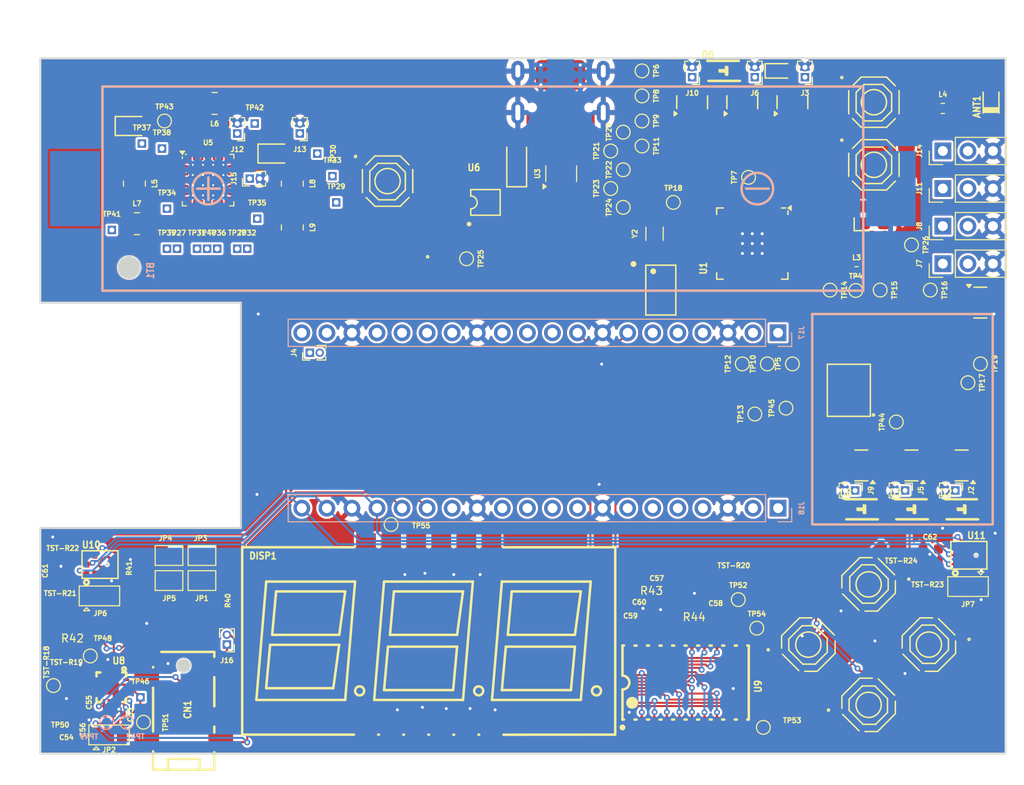
<source format=kicad_pcb>
(kicad_pcb (version 20241229) (generator "pcbnew") (generator_version "9.0")
  (title_block (title "ESP32S3_Audio_Cam_POE") (date "2025-04-28") (rev "R0.1"))
  (layers (0 "F.Cu" signal "Top") (2 "B.Cu" signal "Bottom") (13 "F.Paste" user) (15 "B.Paste" user) (5 "F.SilkS" user "F.Silkscreen") (7 "B.SilkS" user "B.Silkscreen") (1 "F.Mask" user) (3 "B.Mask" user) (25 "Edge.Cuts" user))
  (net 0 "")
  (net 1 "/CAM.D3")
  (net 2 "COM")
  (net 3 "+3V3")
  (net 4 "/CAM.SDA")
  (net 5 "/CAM.D1")
  (net 6 "/USB_D+")
  (net 7 "/CAM.D4")
  (net 8 "/CAM.PCLK")
  (net 9 "/CAM.D2")
  (net 10 "/CAM.D0")
  (net 11 "/USB_D-")
  (net 12 "/CAM.D5")
  (net 13 "/CAM.SCL")
  (net 14 "/CAM.D6")
  (net 15 "/U0TXD")
  (net 16 "/CAM.D7")
  (net 17 "/CAM.HREF")
  (net 18 "/CAM.MCLK")
  (net 19 "/U0RXD")
  (net 20 "/RC.SERVO")
  (net 21 "/7SEG.DIO")
  (net 22 "/CAM.VSYNC")
  (net 23 "/RGB")
  (net 24 "/MIC.WS")
  (net 25 "/7SEG.CLK")
  (net 26 "/RF2-ANT")
  (net 27 "/MIC.SCK")
  (net 28 "/MIC.SD")
  (net 29 "/SPK.BCLK")
  (net 33 "/SPK.LRCLK")
  (net 34 "/SPK.DIN")
  (net 35 "Vdrive")
  (net 36 "/2CHIP_BOOT")
  (net 37 "Net-(J12-Pin_1)")
  (net 38 "VBUS")
  (net 39 "/V.SPK")
  (net 40 "/SPK.OutN")
  (net 41 "/SPK.OutP")
  (net 42 "/ISEN.FLT")
  (net 43 "Net-(JP6-A)")
  (net 44 "/SPK.MODE")
  (net 45 "+3V3_RF2")
  (net 46 "Net-(U11-VDD)")
  (net 47 "/7SEG.SEG3")
  (net 48 "/7SEG.SEG1")
  (net 49 "/7SEG.SEG2")
  (net 50 "/7SEG.GRID1")
  (net 51 "/7SEG.GRID3")
  (net 52 "/7SEG.SEG8")
  (net 53 "Net-(DISP1-NC)")
  (net 54 "/7SEG.SEG4")
  (net 55 "/7SEG.SEG7")
  (net 56 "/7SEG.SEG5")
  (net 57 "/7SEG.SEG6")
  (net 58 "/7SEG.GRID2")
  (net 59 "/7SEG.K1")
  (net 60 "/7SEG.K2")
  (net 61 "Net-(U4-VDD3P3_RTC)")
  (net 62 "/2CHIP_PU")
  (net 63 "Net-(D4-VDD)")
  (net 64 "/MIC.L")
  (net 65 "/MIC.R")
  (net 66 "/RF2")
  (net 67 "/2OSC_OUT")
  (net 68 "/PMU.Vref")
  (net 71 "Net-(C23-Pad1)")
  (net 72 "/2OSC32_IN")
  (net 77 "/SPK.MIC")
  (net 78 "/SPK.OutPS")
  (net 79 "/2OSC32_OUT")
  (net 80 "Net-(U5-VBUS)")
  (net 81 "/PMU.Vo3")
  (net 82 "/PMU.Vsys")
  (net 83 "/VDCDC5")
  (net 84 "/PMU.Vo4")
  (net 85 "/PMU.Vcpu")
  (net 86 "/PMU.Vd2")
  (net 87 "/PMU.Vb1")
  (net 88 "2VDD_SPI")
  (net 89 "Net-(U5-VRTC)")
  (net 90 "/PMU.Vb2")
  (net 91 "/PMU.Va4")
  (net 92 "/PMU.Va3")
  (net 93 "/PMU.Vo2")
  (net 94 "/PMU.Va1")
  (net 95 "Net-(U6-VDD)")
  (net 96 "/PMU.Va2")
  (net 97 "/PMU.Vd1")
  (net 98 "/PMU.Vo1")
  (net 99 "Net-(U9-VDD)")
  (net 100 "Net-(U10-VDD)")
  (net 101 "Net-(D1-Pad2)")
  (net 102 "Net-(D2-A)")
  (net 103 "Net-(D3-Pad2)")
  (net 105 "/LED.RGB")
  (net 106 "Net-(D5-A)")
  (net 107 "Net-(D6-A)")
  (net 108 "Net-(D7-Pad2)")
  (net 109 "Net-(U5-CHGLED)")
  (net 110 "Net-(D8-A)")
  (net 111 "Net-(U5-PWROK)")
  (net 112 "Net-(D9-Pad2)")
  (net 113 "/2USB_CC1")
  (net 115 "/2USB_CC2")
  (net 116 "/2USB_PRT_D-")
  (net 117 "/2USB_PRT_D+")
  (net 119 "Net-(J2-Pin_1)")
  (net 120 "Net-(J3-Pin_1)")
  (net 121 "Net-(J5-Pin_1)")
  (net 122 "Net-(J6-Pin_1)")
  (net 123 "Net-(U4-GPIO9)")
  (net 124 "/RC.VDD")
  (net 125 "Net-(U4-GPIO10)")
  (net 126 "Net-(J9-Pin_1)")
  (net 127 "Net-(J10-Pin_1)")
  (net 128 "Net-(U4-GPIO11)")
  (net 129 "Net-(J13-Pin_1)")
  (net 130 "Net-(U4-GPIO12)")
  (net 131 "Net-(J15-Pin_1)")
  (net 136 "Net-(JP1-B)")
  (net 137 "Net-(JP3-A)")
  (net 138 "Net-(JP5-A)")
  (net 139 "Net-(JP7-B)")
  (net 140 "Net-(L3-Pad1)")
  (net 141 "Net-(U5-LX3)")
  (net 142 "Net-(U5-SW)")
  (net 143 "Net-(U5-FB4)")
  (net 144 "Net-(U5-LX2)")
  (net 145 "Net-(U5-FB1)")
  (net 148 "Net-(PB1-A)")
  (net 151 "Net-(Q1-G)")
  (net 152 "Net-(Q1-S)")
  (net 153 "Net-(Q2-S)")
  (net 154 "Net-(Q2-G)")
  (net 155 "Net-(Q3-S)")
  (net 156 "Net-(Q3-G)")
  (net 157 "Net-(Q4-G)")
  (net 158 "Net-(Q4-S)")
  (net 159 "Net-(Q5-G)")
  (net 160 "Net-(Q5-S)")
  (net 161 "Net-(Q6-S)")
  (net 162 "Net-(Q6-G)")
  (net 163 "Net-(Q7-G)")
  (net 164 "Net-(Q7-S)")
  (net 165 "/3v3.Sense")
  (net 166 "/2USB_D-")
  (net 167 "/PMU.Vo1.Sense")
  (net 168 "/2USB_D+")
  (net 169 "/VBus.Sense")
  (net 170 "/MISC.OUT3")
  (net 171 "/LED.WH")
  (net 172 "/MISC.OUT2")
  (net 173 "/2OSC_IN")
  (net 174 "/LED.IR")
  (net 175 "Net-(U4-GPIO13)")
  (net 176 "/MISC.OUT1")
  (net 177 "/LED.OTH")
  (net 178 "/2FLASH_QSPI_nCS")
  (net 179 "Net-(R42-Pad1)")
  (net 182 "/2GPIO1")
  (net 183 "/2GPIO3")
  (net 184 "/2GPIO7")
  (net 185 "/2GPIO48")
  (net 186 "/2GPIO8")
  (net 187 "/2GPIO47")
  (net 188 "/PMU.SCK")
  (net 189 "/PMU.SDA")
  (net 190 "/2GPIO39")
  (net 191 "/2GPIO40")
  (net 192 "/2GPIO41")
  (net 193 "/2GPIO42")
  (net 194 "/2GPIO45")
  (net 195 "/2GPIO46")
  (net 196 "Net-(U5-IRQ)")
  (net 197 "Net-(TP47-Pad1)")
  (net 198 "Net-(TP48-Pad1)")
  (net 199 "Net-(TP49-Pad1)")
  (net 200 "Net-(TP50-Pad1)")
  (net 201 "Net-(U9-GRID4)")
  (net 202 "Net-(U9-GRID6)")
  (net 203 "Net-(U9-GRID5)")
  (net 204 "Net-(U3-VBUS)")
  (net 205 "/ISEN.VO")
  (net 206 "/2FLASH_QSPI_DI")
  (net 207 "/2FLASH_QSPI_CLK")
  (net 208 "/2FLASH_QSPI_nH")
  (net 209 "/2FLASH_QSPI_DO")
  (net 210 "/2FLASH_QSPI_nWP")
  (net 211 "/TEMP.DQ")
  (net 217 "VBUS+3V3")
  (footprint "PCM_JLCPCB:C_0402" (layer "F.Cu") (at 127.44 129.54 90)
    (property "Reference" "C20" (hide yes))
    (property "Value" "3.3pF")
  )
  (footprint "PCM_JLCPCB:C_0603" (layer "F.Cu") (at 90.805 148.59 90)
    (property "Reference" "C1" (hide yes))
    (property "Value" "100nF")
  )
  (footprint "PCM_JLCPCB:R_0402" (layer "F.Cu") (at 97.7646 181.6249)
    (property "Reference" "R44")
    (property "Value" "10kΩ" (hide yes))
  )
  (footprint "JLCPCB:IR-LED_C131280" (layer "F.Cu") (at 127 170.815)
    (property "Reference" "D2")
    (property "Value" "IR")
  )
  (footprint "PCM_JLCPCB:R_0402" (layer "F.Cu") (at 60.19 134.747)
    (property "Reference" "R39" (hide yes))
    (property "Value" "10kΩ" (hide yes))
  )
  (footprint "PCM_JLCPCB:C_0402" (layer "F.Cu") (at 122.995 129.54 90)
    (property "Reference" "C19" (hide yes))
    (property "Value" "3.3pF")
  )
  (footprint "PCM_JLCPCB:R_0603" (layer "F.Cu") (at 36.6401 188.1199 90)
    (property "Reference" "TST-R19")
    (property "Value" "0Ω")
  )
  (footprint "TestPoint:TestPoint_Pad_D1.0mm" (layer "F.Cu") (at 91.44 138.295 90)
    (property "Reference" "TP23")
    (property "Value" "TestPoint")
  )
  (footprint "PCM_JLCPCB:R_0402" (layer "F.Cu") (at 114.3 132.715)
    (property "Reference" "R7" (hide yes))
    (property "Value" "10kΩ" (hide yes))
  )
  (footprint "TestPoint:TestPoint_Pad_D1.0mm" (layer "F.Cu") (at 34.9758 188.6861 180)
    (property "Reference" "TP50")
    (property "Value" "TestPoint")
  )
  (footprint "Project-specific:PinHeader_1x01_P1.00mm_Vertical" (layer "F.Cu") (at 43.7896 189.8799)
    (property "Reference" "TP46")
    (property "Value" "TestPoint")
  )
  (footprint "Jumper:SolderJumper-3_P1.3mm_Bridged12_Pad1.0x1.5mm" (layer "F.Cu") (at 40.6146 193.6899)
    (property "Reference" "JP2")
    (property "Value" "SolderJumper_3_Bridged12")
  )
  (footprint "Inductor_SMD:L_1008_2520Metric" (layer "F.Cu") (at 59.182 137.795 -90)
    (property "Reference" "L8")
    (property "Value" "1uH,3.3A")
  )
  (footprint "TestPoint:TestPoint_Pad_D1.0mm" (layer "F.Cu") (at 76.835 145.415 -90)
    (property "Reference" "TP25")
    (property "Value" "TestPoint")
  )
  (footprint "PCM_JLCPCB:SW-SMD_4P-L5.1-W5.1-P3.70-LS6.5-TL-2" (layer "F.Cu") (at 117.5766 178.428752 -135)
    (property "Reference" "PB4" (hide yes))
    (property "Value" "Tactile Button, 160gf")
  )
  (footprint "Package_TO_SOT_SMD:SOT-23-6" (layer "F.Cu") (at 86.425 136.79 90)
    (property "Reference" "U3")
    (property "Value" "USBLC6-2SC6")
  )
  (footprint "TestPoint:TestPoint_Pad_D1.0mm" (layer "F.Cu") (at 107.315 156.075 90)
    (property "Reference" "TP10")
    (property "Value" "TestPoint")
  )
  (footprint "PCM_JLCPCB:R_0402" (layer "F.Cu") (at 104.775 135.255 90)
    (property "Reference" "R9" (hide yes))
    (property "Value" "10kΩ" (hide yes))
  )
  (footprint "Project-specific:PinHeader_1x01_P1.00mm_Vertical" (layer "F.Cu") (at 63.246 137.033)
    (property "Reference" "TP33")
    (property "Value" "TestPoint")
  )
  (footprint "PCM_JLCPCB:C_0402" (layer "F.Cu") (at 51.308 132.207 -90)
    (property "Reference" "C46" (hide yes))
    (property "Value" "1uF")
  )
  (footprint "PCM_JLCPCB:C_0402" (layer "F.Cu") (at 120.65 140.97 -90)
    (property "Reference" "C21" (hide yes))
    (property "Value" "10pF")
  )
  (footprint "Inductor_SMD:L_0603_1608Metric_Pad1.05x0.95mm_HandSolder" (layer "F.Cu") (at 116.36 146.725)
    (property "Reference" "L3")
    (property "Value" "2nH")
  )
  (footprint "PCM_JLCPCB:C_0603" (layer "F.Cu") (at 54.864 128.905 180)
    (property "Reference" "C29" (hide yes))
    (property "Value" "22uF")
  )
  (footprint "PCM_JLCPCB:C_0402" (layer "F.Cu") (at 54.737 139.065 180)
    (property "Reference" "C48" (hide yes))
    (property "Value" "1uF")
  )
  (footprint "PCM_JLCPCB:R_0603" (layer "F.Cu") (at 88.965 136.155 -90)
    (property "Reference" "TST-R6" (hide yes))
    (property "Value" "0Ω")
  )
  (footprint "TestPoint:TestPoint_Pad_D1.0mm" (layer "F.Cu") (at 69.1896 172.3539)
    (property "Reference" "TP55")
    (property "Value" "TestPoint")
  )
  (footprint "TestPoint:TestPoint_Pad_D1.0mm" (layer "F.Cu") (at 118.745 148.59 -90)
    (property "Reference" "TP15")
    (property "Value" "TestPoint")
  )
  (footprint "PCM_JLCPCB:C_0402" (layer "F.Cu") (at 55.626 142.875 90)
    (property "Reference" "C51" (hide yes))
    (property "Value" "2.2uF")
  )
  (footprint "Jumper:SolderJumper-3_P1.3mm_Bridged12_Pad1.0x1.5mm" (layer "F.Cu") (at 127.648074 178.651926 180)
    (property "Reference" "JP7")
    (property "Value" "SolderJumper_3_Bridged12")
  )
  (footprint "TestPoint:TestPoint_Pad_D1.0mm" (layer "F.Cu") (at 116.275 148.63)
    (property "Reference" "TP4")
    (property "Value" "TestPoint")
  )
  (footprint "PCM_JLCPCB:C_0402" (layer "F.Cu") (at 39.61235 191.6079 180)
    (property "Reference" "C56")
    (property "Value" "220pF")
  )
  (footprint "Inductor_SMD:L_1008_2520Metric" (layer "F.Cu") (at 51.308 129.667 180)
    (property "Reference" "L6")
    (property "Value" "1uH,3.3A")
  )
  (footprint "JLCPCB:ANT-SMD_L3.2-W1.6-KH-3216F245C04" (layer "F.Cu") (at 129.98 129.54 90)
    (property "Reference" "ANT1")
    (property "Value" "KH-3216-H0209")
  )
  (footprint "Project-specific:PinHeader_1x02_P1.00mm_Vertical" (layer "F.Cu") (at 60.96 154.94 90)
    (property "Reference" "J4")
    (property "Value" "Conn_01x02")
  )
  (footprint "Inductor_SMD:L_1008_2520Metric" (layer "F.Cu") (at 43.18 137.795 -90)
    (property "Reference" "L5")
    (property "Value" "1uH,3.3A")
  )
  (footprint "PCM_JLCPCB:R_0402" (layer "F.Cu") (at 88.33 133.615 -90)
    (property "Reference" "R8" (hide yes))
    (property "Value" "5.1kΩ" (hide yes))
  )
  (footprint "JLCPCB:digital tube drivers_c2962580" (layer "F.Cu") (at 99.0346 188.3849)
    (property "Reference" "U9")
    (property "Value" "TM1637")
  )
  (footprint "PCM_JLCPCB:C_0603" (layer "F.Cu") (at 76.2 140.97 90)
    (property "Reference" "C49" (hide yes))
    (property "Value" "100nF")
  )
  (footprint "PCM_JLCPCB:C_0603" (layer "F.Cu") (at 70.485 145.415 -90)
    (property "Reference" "C18" (hide yes))
    (property "Value" "100nF")
  )
  (footprint "Inductor_SMD:L_1008_2520Metric" (layer "F.Cu") (at 59.182 142.24 -90)
    (property "Reference" "L9")
    (property "Value" "1uH,3.3A")
  )
  (footprint "PCM_JLCPCB:Q_SOT-23" (layer "F.Cu") (at 128.905 149.86)
    (property "Reference" "Q5" (hide yes))
    (property "Value" "AO3401A")
  )
  (footprint "PCM_JLCPCB:TYPE-C-SMD_HX-TYPE-C-16PIN" (layer "F.Cu") (at 86.36 128.77 180)
    (property "Reference" "J1" (hide yes))
    (property "Value" "Connector, USB-TYPE-C-16P")
  )
  (footprint "PCM_JLCPCB:R_0402" (layer "F.Cu") (at 105.41 159.25 90)
    (property "Reference" "R14" (hide yes))
    (property "Value" "10kΩ" (hide yes))
  )
  (footprint "PCM_JLCPCB:R_0402" (layer "F.Cu") (at 126.365 151.13 90)
    (property "Reference" "R31" (hide yes))
    (property "Value" "10MΩ" (hide yes))
  )
  (footprint "TestPoint:TestPoint_Pad_D1.0mm" (layer "F.Cu") (at 104.775 156.075 90)
    (property "Reference" "TP12")
    (property "Value" "TestPoint")
  )
  (footprint "TestPoint:TestPoint_Pad_D1.0mm" (layer "F.Cu") (at 109.205 160.56 90)
    (property "Reference" "TP45")
    (property "Value" "TestPoint")
  )
  (footprint "PCM_JLCPCB:SW-SMD_4P-L5.1-W5.1-P3.70-LS6.5-TL-2" (layer "F.Cu") (at 68.834 137.541)
    (property "Reference" "PB1" (hide yes))
    (property "Value" "Tactile Button, 160gf")
  )
  (footprint "PCM_JLCPCB:D_0603" (layer "F.Cu") (at 108.585 126.365)
    (property "Reference" "D3" (hide yes))
    (property "Value" "White")
  )
  (footprint "PCM_JLCPCB:R_0402" (layer "F.Cu") (at 103.505 132.08 180)
    (property "Reference" "R29" (hide yes))
    (property "Value" "1MΩ" (hide yes))
  )
  (footprint "PCM_JLCPCB:C_0402" (layer "F.Cu") (at 50.546 142.875 90)
    (property "Reference" "C42" (hide yes))
    (property "Value" "2.2uF")
  )
  (footprint "PCM_JLCPCB:R_0402" (layer "F.Cu") (at 118.475 161.965 180)
    (property "Reference" "R38" (hide yes))
    (property "Value" "100kΩ" (hide yes))
  )
  (footprint "Project-specific:PinHeader_1x01_P1.00mm_Vertical" (layer "F.Cu") (at 53.594 144.399)
    (property "Reference" "TP28")
    (property "Value" "TestPoint")
  )
  (footprint "PCM_JLCPCB:R_0402" (layer "F.Cu") (at 126.365 149.225 90)
    (property "Reference" "R32" (hide yes))
    (property "Value" "1MΩ" (hide yes))
  )
  (footprint "TestPoint:TestPoint_Pad_D1.0mm" (layer "F.Cu") (at 38.7096 185.6889 180)
    (property "Reference" "TP48")
    (property "Value" "TestPoint")
  )
  (footprint "PCM_JLCPCB:C_0402" (layer "F.Cu") (at 46.482 137.16)
    (property "Reference" "C28" (hide yes))
    (property "Value" "1uF")
  )
  (footprint "Connector_PinHeader_2.54mm:PinHeader_1x03_P2.54mm_Vertical" (layer "F.Cu") (at 125.095 138.295 90)
    (property "Reference" "J11")
    (property "Value" "Conn_01x03")
  )
  (footprint "PCM_JLCPCB:C_0603" (layer "F.Cu") (at 108.585 136.525 -90)
    (property "Reference" "C11" (hide yes))
    (property "Value" "1uF")
  )
  (footprint "PCM_JLCPCB:C_0402" (layer "F.Cu") (at 49.784 132.207 90)
    (property "Reference" "C26" (hide yes))
    (property "Value" "10uF")
  )
  (footprint "Project-specific:PinHeader_1x02_P1.00mm_Vertical" (layer "F.Cu") (at 116.205 168.91 -90)
    (property "Reference" "J9")
    (property "Value" "Conn_01x02")
  )
  (footprint "PCM_JLCPCB:C_0805" (layer "F.Cu") (at 36.3996 190.7629 180)
    (property "Reference" "C54")
    (property "Value" "10uF")
  )
  (footprint "PCM_JLCPCB:C_0402" (layer "F.Cu") (at 116.12 145.455 180)
    (property "Reference" "C10" (hide yes))
    (property "Value" "10uF")
  )
  (footprint "PCM_JLCPCB:R_0402" (layer "F.Cu") (at 124.445 167.005 90)
    (property "Reference" "R27" (hide yes))
    (property "Value" "1MΩ" (hide yes))
  )
  (footprint "PCM_JLCPCB:R_0805" (layer "F.Cu") (at 44.0182 176.7735 -90)
    (property "Reference" "R41")
    (property "Value" "100kΩ")
  )
  (footprint "PCM_JLCPCB:C_0402" (layer "F.Cu") (at 48.514 142.875 90)
    (property "Reference" "C39" (hide yes))
    (property "Value" "4.7uF")
  )
  (footprint "PCM_JLCPCB:C_0603" (layer "F.Cu") (at 113.03 135.89 90)
    (property "Reference" "C17" (hide yes))
    (property "Value" "100nF")
  )
  (footprint "Connector_PinHeader_2.54mm:PinHeader_1x03_P2.54mm_Vertical" (layer "F.Cu") (at 125.095 145.915 90)
    (property "Reference" "J7")
    (property "Value" "Conn_01x03")
  )
  (footprint "PCM_JLCPCB:SW-SMD_4P-L5.1-W5.1-P3.70-LS6.5-TL-2" (layer "F.Cu") (at 111.470026 184.535326 45)
    (property "Reference" "PB5" (hide yes))
    (property "Value" "Tactile Button, 160gf")
  )
  (footprint "PCM_JLCPCB:R_0603" (layer "F.Cu") (at 35.8251 178.3259 180)
    (property "Reference" "TST-R21")
    (property "Value" "0Ω")
  )
  (footprint "PCM_JLCPCB:R_0603" (layer "F.Cu") (at 121.345 163.83 180)
    (property "Reference" "TST-R10" (hide yes))
    (property "Value" "0Ω")
  )
  (footprint "JLCPCB:ICS-43434_C5656610" (layer "F.Cu") (at 39.6351 176.4209)
    (property "Reference" "U10")
    (property "Value" "ICS-43434")
    (fp_poly (pts (xy 0.986 0) (xy 0.966194 -0.086777) (xy 0.910698 -0.156366) (xy 0.830504 -0.194986) (xy 0.741496 -0.194986) (xy 0.661302 -0.156366) (xy 0.605806 -0.086777) (xy 0.586 0) (xy 0.605806 0.086777) (xy 0.661302 0.156366) (xy 0.741496 0.194986) (xy 0.830504 0.194986) (xy 0.910698 0.156366) (xy 0.966194 0.086777)) (fill yes) (layer "Edge.Cuts"))
  )
  (footprint "PCM_JLCPCB:Q_SOT-23" (layer "F.Cu") (at 116.84 166.37 180)
    (property "Reference" "Q6" (hide yes))
    (property "Value" "AO3401A")
  )
  (footprint "TestPoint:TestPoint_Pad_D1.0mm" (layer "F.Cu") (at 97.79 139.7)
    (property "Reference" "TP18")
    (property "Value" "TestPoint")
  )
  (footprint "TestPoint:TestPoint_Pad_D1.0mm" (layer "F.Cu") (at 128.905 156.075 -90)
    (property "Reference" "TP19")
    (property "Value" "TestPoint")
  )
  (footprint "PCM_JLCPCB:R_0402" (layer "F.Cu") (at 86.425 134.25)
    (property "Reference" "R13" (hide yes))
    (property "Value" "33Ω" (hide yes))
  )
  (footprint "PCM_JLCPCB:C_0603" (layer "F.Cu") (at 43.18 135.001)
    (property "Reference" "C27" (hide yes))
    (property "Value" "22uF")
  )
  (footprint "PCM_JLCPCB:C_0603" (layer "F.Cu") (at 113.185 145.455 180)
    (property "Reference" "C8" (hide yes))
    (property "Value" "100nF")
  )
  (footprint "Project-specific:PinHeader_1x02_P1.00mm_Vertical" (layer "F.Cu") (at 121.27 168.91 -90)
    (property "Reference" "J5")
    (property "Value" "Conn_01x02")
  )
  (footprint "PCM_JLCPCB:Q_SOT-23" (layer "F.Cu") (at 121.92 166.37 180)
    (property "Reference" "Q3" (hide yes))
    (property "Value" "AO3401A")
  )
  (footprint "Project-specific:PinHeader_1x02_P1.00mm_Vertical" (layer "F.Cu") (at 126.365 168.91 -90)
    (property "Reference" "J2")
    (property "Value" "Conn_01x02")
  )
  (footprint "PCM_JLCPCB:R_0402" (layer "F.Cu") (at 110.49 132.08 180)
    (property "Reference" "R19" (hide yes))
    (property "Value" "10MΩ" (hide yes))
  )
  (footprint "PCM_JLCPCB:SW-SMD_4P-L5.1-W5.1-P3.70-LS6.5-TL-2" (layer "F.Cu") (at 117.5766 190.6419 45)
    (property "Reference" "PB3" (hide yes))
    (property "Value" "Tactile Button, 160gf")
  )
  (footprint "JLCPCB:Current-sensor_MT9221CT-06BR5_C879632" (layer "F.Cu") (at 96.52 148.59 -90)
    (property "Reference" "U1")
    (property "Value" "MT9221CT-06BR5")
  )
  (footprint "PCM_JLCPCB:C_0603" (layer "F.Cu") (at 123.868074 174.841926)
    (property "Reference" "C62")
    (property "Value" "100nF")
  )
  (footprint "TestPoint:TestPoint_Pad_D1.0mm" (layer "F.Cu") (at 94.615 128.905 -90)
    (property "Reference" "TP8")
    (property "Value" "TestPoint")
  )
  (footprint "PCM_JLCPCB:C_0603" (layer "F.Cu") (at 99.06 142.24 90)
    (property "Reference" "C15" (hide yes))
    (property "Value" "100nF")
  )
  (footprint "PCM_JLCPCB:R_0402" (layer "F.Cu") (at 58.166 132.207 -90)
    (property "Reference" "NTC1" (hide yes))
    (property "Value" "NTC" (hide yes))
  )
  (footprint "PCM_JLCPCB:R_0402" (layer "F.Cu") (at 129.54 167.005 90)
    (property "Reference" "R21" (hide yes))
    (property "Value" "1MΩ" (hide yes))
  )
  (footprint "Crystal:Crystal_SMD_3215-2Pin_3.2x1.5mm" (layer "F.Cu") (at 95.885 142.875 90)
    (property "Reference" "Y2")
    (property "Value" "32.768KHz")
  )
  (footprint "PCM_JLCPCB:C_0402" (layer "F.Cu") (at 55.118 136.271 180)
    (property "Reference" "C40" (hide yes))
    (property "Value" "1uF")
  )
  (footprint "Project-specific:PinHeader_1x02_P1.00mm_Vertical" (layer "F.Cu") (at 53.602 132.715 180)
    (property "Reference" "J12")
    (property "Value" "Conn_01x02")
  )
  (footprint "PCM_JLCPCB:R_0603" (layer "F.Cu") (at 123.868074 177.381926 180)
    (property "Reference" "TST-R23")
    (property "Value" "0Ω")
  )
  (footprint "PCM_JLCPCB:C_0402" (layer "F.Cu") (at 52.578 142.875 90)
    (property "Reference" "C45" (hide yes))
    (property "Value" "1uF")
  )
  (footprint "PCM_JLCPCB:R_0603" (layer "F.Cu") (at 62.992 142.24 -90)
    (property "Reference" "TST-R13" (hide yes))
    (property "Value" "0Ω")
  )
  (footprint "PCM_JLCPCB:R_0603" (layer "F.Cu") (at 104.775 133.35 180)
    (property "Reference" "TST-R11" (hide yes))
    (property "Value" "0Ω")
  )
  (footprint "Project-specific:PinHeader_1x01_P1.00mm_Vertical" (layer "F.Cu") (at 55.372 131.699)
    (property "Reference" "TP42")
    (property "Value" "TestPoint")
  )
  (footprint "PCM_JLCPCB:R_0402" (layer "F.Cu") (at 119.38 167.005 90)
    (property "Reference" "R36" (hide yes))
    (property "Value" "1MΩ" (hide yes))
  )
  (footprint "JLCPCB:IR-LED_C131280" (layer "F.Cu") (at 116.84 170.815)
    (property "Reference" "D8")
    (property "Value" "IR")
  )
  (footprint "PCM_JLCPCB:R_0603" (layer "F.Cu") (at 99.695 133.35)
    (property "Reference" "TST-R16" (hide yes))
    (property "Value" "0Ω")
  )
  (footprint "PCM_JLCPCB:Q_SOT-23" (layer "F.Cu") (at 109.855 129.54 90)
    (property "Reference" "Q2" (hide yes))
    (property "Value" "AO3401A")
  )
  (footprint "PCM_JLCPCB:R_0603" (layer "F.Cu") (at 113.1 146.835)
    (property "Reference" "TST-R4" (hide yes))
    (property "Value" "0Ω")
  )
  (footprint "Project-specific:PinHeader_1x01_P1.00mm_Vertical" (layer "F.Cu") (at 49.53 144.399)
    (property "Reference" "TP31")
    (property "Value" "TestPoint")
  )
  (footprint "JLCPCB:MAX98357AETE+T_C910544" (layer "F.Cu") (at 40.8446 188.8579 180)
    (property "Reference" "U8")
    (property "Value" "MAX98357AETE+T")
  )
  (footprint "TestPoint:TestPoint_Pad_D1.0mm" (layer "F.Cu") (at 127.635 157.98 -90)
    (property "Reference" "TP17")
    (property "Value" "TestPoint")
  )
  (footprint "PCM_JLCPCB:D_SOD-123" (layer "F.Cu") (at 81.915 135.755 90)
    (property "Reference" "D1" (hide yes))
    (property "Value" "1N4148W")
  )
  (footprint "TestPoint:TestPoint_Pad_D1.0mm" (layer "F.Cu") (at 94.615 133.985 -90)
    (property "Reference" "TP11")
    (property "Value" "TestPoint")
  )
  (footprint "Project-specific:PinHeader_1x01_P1.00mm_Vertical" (layer "F.Cu") (at 54.61 144.399)
    (property "Reference" "TP32")
    (property "Value" "TestPoint")
  )
  (footprint "Jumper:SolderJumper-2_P1.3mm_Open_TrianglePad1.0x1.5mm" (layer "F.Cu") (at 50.0242 175.5035 180)
    (property "Reference" "JP3")
    (property "Value" "SolderJumper_2_Open")
  )
  (footprint "TestPoint:TestPoint_Pad_D1.0mm" (layer "F.Cu") (at 120.38 161.965 90)
    (property "Reference" "TP44")
    (property "Value" "TestPoint")
  )
  (footprint "PCM_JLCPCB:R_0603" (layer "F.Cu") (at 126.365 163.83 180)
    (property "Reference" "TST-R7" (hide yes))
    (property "Value" "0Ω")
  )
  (footprint "Jumper:SolderJumper-2_P1.3mm_Open_TrianglePad1.0x1.5mm" (layer "F.Cu") (at 46.6852 178.0435)
    (property "Reference" "JP5")
    (property "Value" "SolderJumper_2_Open")
  )
  (footprint "PCM_JLCPCB:C_0402" (layer "F.Cu") (at 115.57 140.97 90)
    (property "Reference" "C23" (hide yes))
    (property "Value" "10pF")
  )
  (footprint "JLCPCB:3x7-seg_LED-RED_C2913084" (layer "F.Cu") (at 72.9996 184.1649)
    (property "Reference" "DISP1")
    (property "Value" "SLS0563DRA1GD")
  )
  (footprint "PCM_JLCPCB:R_0402" (layer "F.Cu") (at 107.315 128.905 90)
    (property "Reference" "R20" (hide yes))
    (property "Value" "10kΩ" (hide yes))
  )
  (footprint "TestPoint:TestPoint_Pad_D1.0mm" (layer "F.Cu") (at 123.825 148.59 -90)
    (property "Reference" "TP16")
    (property "Value" "TestPoint")
  )
  (footprint "Jumper:SolderJumper-2_P1.3mm_Open_TrianglePad1.0x1.5mm" (layer "F.Cu") (at 46.6852 175.5035)
    (property "Reference" "JP4")
    (property "Value" "SolderJumper_2_Open")
  )
  (footprint "Project-specific:PinHeader_1x01_P1.00mm_Vertical" (layer "F.Cu") (at 47.498 144.399)
    (property "Reference" "TP27")
    (property "Value" "TestPoint")
  )
  (footprint "PCM_JLCPCB:R_0402" (layer "F.Cu") (at 106.68 159.25 90)
    (property "Reference" "R12" (hide yes))
    (property "Value" "100kΩ" (hide yes))
  )
  (footprint "Project-specific:PinHeader_1x01_P1.00mm_Vertical" (layer "F.Cu") (at 51.562 144.399)
    (property "Reference" "TP36")
    (property "Value" "TestPoint")
  )
  (footprint "JLCPCB:DS18B20_C695836" (layer "F.Cu") (at 78.74 139.7)
    (property "Reference" "U6")
    (property "Value" "DS18B20U(UMW)")
  )
  (footprint "PCM_JLCPCB:R_0402" (layer "F.Cu") (at 36.8046 184.7999)
    (property "Reference" "R42")
    (property "Value" "1MΩ" (hide yes))
  )
  (footprint "PCM_JLCPCB:R_0603" (layer "F.Cu") (at 48.514 131.699 90)
    (property "Reference" "TST-R15" (hide yes))
    (property "Value" "0Ω")
  )
  (footprint "Project-specific:PinHeader_1x01_P1.00mm_Vertical" (layer "F.Cu") (at 55.626 141.351)
    (property "Reference" "TP35")
    (property "Value" "TestPoint")
  )
  (footprint "TestPoint:TestPoint_Pad_D1.0mm" (layer "F.Cu") (at 105.41 137.16 90)
    (property "Reference" "TP7")
    (property "Value" "TestPoint")
  )
  (footprint "PCM_JLCPCB:R_0402" (layer "F.Cu") (at 105.41 132.08 180)
    (property "Reference" "R25" (hide yes))
    (property "Value" "10MΩ" (hide yes))
  )
  (footprint "PCM_JLCPCB:C_0603" (layer "F.Cu") (at 113.03 129.54 90)
    (property "Reference" "C16" (hide yes))
    (property "Value" "100nF")
  )
  (footprint "PCM_JLCPCB:C_0402" (layer "F.Cu") (at 46.482 139.319)
    (property "Reference" "C34" (hide yes))
    (property "Value" "2.2uF")
  )
  (footprint "TestPoint:TestPoint_Pad_D1.0mm" (layer "F.Cu") (at 106.045 161.155 90)
    (property "Reference" "TP13")
    (property "Value" "TestPoint")
  )
  (footprint "PCM_JLCPCB:R_0402" (layer "F.Cu") (at 114.3 142.875 180)
    (property "Reference" "R28" (hide yes))
    (property "Value" "22Ω" (hide yes))
  )
  (footprint "Package_DFN_QFN:QFN-40-1EP_5x5mm_P0.4mm_EP3.6x3.6mm_ThermalVias" (layer "F.Cu") (at 50.647 137.44)
    (property "Reference" "U5")
    (property "Value" "AXP2101")
  )
  (footprint "PCM_JLCPCB:C_0402" (layer "F.Cu") (at 54.61 142.875 90)
    (property "Reference" "C50" (hide yes))
    (property "Value" "2.2uF")
  )
  (footprint "Project-specific:PinHeader_1x01_P1.00mm_Vertical" (layer "F.Cu") (at 40.894 142.494)
    (property "Reference" "TP41")
    (property "Value" "TestPoint")
  )
  (footprint "Project-specific:PinHeader_1x02_P1.00mm_Vertical" (layer "F.Cu") (at 52.5526 184.5299 180)
    (property "Reference" "J16")
    (property "Value" "Conn_01x02")
  )
  (footprint "JLCPCB:OSC-SMD_4P-L3.2-W2.5-BL_SIT8008BI" (layer "F.Cu") (at 118.11 140.97)
    (property "Reference" "Y1" (hide yes))
    (property "Value" "40MHz, 15pF")
  )
  (footprint "TestPoint:TestPoint_Pad_D1.0mm" (layer "F.Cu") (at 91.44 134.485 90)
    (property "Reference" "TP21")
    (property "Value" "TestPoint")
  )
  (footprint "PCM_JLCPCB:C_0603" (layer "F.Cu") (at 54.864 130.175 180)
    (property "Reference" "C31" (hide yes))
    (property "Value" "22uF")
  )
  (footprint "Project-specific:PinHeader_1x01_P1.00mm_Vertical" (layer "F.Cu") (at 46.482 140.335)
    (property "Reference" "TP34")
    (property "Value" "TestPoint")
  )
  (footprint "PCM_JLCPCB:LED-SMD_4P-L1.6-W1.5_XL-1615RGBC-WS2812B" (layer "F.Cu") (at 72.39 145.415 -90)
    (property "Reference" "D4" (hide yes))
    (property "Value" "WS2812B")
  )
  (footprint "PCM_JLCPCB:R_0603" (layer "F.Cu") (at 116.205 163.83)
    (property "Reference" "TST-R14" (hide yes))
    (property "Value" "0Ω")
  )
  (footprint "PCM_JLCPCB:C_0402" (layer "F.Cu") (at 97.79 144.145 -90)
    (property "Reference" "C25" (hide yes))
    (property "Value" "20pF")
  )
  (footprint "PCM_JLCPCB:C_0402" (layer "F.Cu") (at 95.2246 181.6249)
    (property "Reference" "C59")
    (property "Value" "100pF")
  )
  (footprint "PCM_JLCPCB:C_0603" (layer "F.Cu") (at 113.03 141.605)
    (property "Reference" "C13" (hide yes))
    (property "Value" "100nF")
  )
  (footprint "Project-specific:PinHeader_1x01_P1.00mm_Vertical" (layer "F.Cu") (at 45.974 134.239)
    (property "Reference" "TP38")
    (property "Value" "TestPoint")
  )
  (footprint "TestPoint:TestPoint_Pad_D1.0mm" (layer "F.Cu") (at 109.855 156.075 90)
    (property "Reference" "TP5")
    (property "Value" "TestPoint")
  )
  (footprint "PCM_JLCPCB:R_0402" (layer "F.Cu") (at 105.765 135.255 90)
    (property "Reference" "R6" (hide yes))
    (property "Value" "100kΩ" (hide yes))
  )
  (footprint "PCM_JLCPCB:Q_SOT-23" (layer "F.Cu") (at 104.775 129.54 90)
    (property "Reference" "Q4" (hide yes))
    (property "Value" "AO3401A")
  )
  (footprint "Jumper:SolderJumper-3_P1.3mm_Bridged12_Pad1.0x1.5mm" (layer "F.Cu") (at 39.6351 179.5959)
    (property "Reference" "JP6")
    (property "Value" "SolderJumper_3_Bridged12")
  )
  (footprint "PCM_JLCPCB:SW-SMD_4P-L5.1-W5.1-P3.70-LS6.5-TL-2" (layer "F.Cu") (at 123.683174 184.535326 -135)
    (property "Reference" "PB2" (hide yes))
    (property "Value" "Tactile Button, 160gf")
  )
  (footprint "TestPoint:TestPoint_Pad_D1.0mm" (layer "F.Cu") (at 94.615 131.445 -90)
    (property "Reference" "TP9")
    (property "Value" "TestPoint")
  )
  (footprint "Project-specific:PinHeader_1x01_P1.00mm_Vertical" (layer "F.Cu") (at 43.942 133.731)
    (property "Reference" "TP37")
    (property "Value" "TestPoint")
  )
  (footprint "PCM_JLCPCB:R_0402" (layer "F.Cu") (at 100.33 132.08 180)
    (property "Reference" "R35" (hide yes))
    (property "Value" "10MΩ" (hide yes))
  )
  (footprint "PCM_JLCPCB:R_0603" (layer "F.Cu") (at 69.215 145.415 90)
    (property "Reference" "TST-R9" (hide yes))
    (property "Value" "0Ω")
  )
  (footprint "PCM_JLCPCB:R_0603" (layer "F.Cu") (at 35.8251 175.7859 180)
    (property "Reference" "TST-R22")
    (property "Value" "0Ω")
  )
  (footprint "TestPoint:TestPoint_Pad_D1.0mm" (layer "F.Cu") (at 92.71 136.39 90)
    (property "Reference" "TP22")
    (property "Value" "TestPoint")
  )
  (footprint "PCM_JLCPCB:R_0603" (layer "F.Cu") (at 123.868074 176.111926 180)
    (property "Reference" "TST-R24")
    (property "Value" "0Ω")
  )
  (footprint "Inductor_SMD:L_0603_1608Metric_Pad1.05x0.95mm_HandSolder" (layer "F.Cu") (at 125.095 130.175)
    (property "Reference" "L4")
    (property "Value" "2nH")
  )
  (footprint "JLCPCB:IR-LED_C131280" (layer "F.Cu") (at 102.87 126.365)
    (property "Reference" "D6")
    (property "Value" "IR")
  )
  (footprint "PCM_JLCPCB:R_0402" (layer "F.Cu") (at 102.235 128.905 -90)
    (property "Reference" "R26" (hide yes))
    (property "Value" "10kΩ" (hide yes))
  )
  (footprint "PCM_JLCPCB:C_0603" (layer "F.Cu") (at 118.745 144.78 180)
    (property "Reference" "C9" (hide yes))
    (property "Value" "100nF")
  )
  (footprint "PCM_JLCPCB:C_0603" (layer "F.Cu") (at 111.49 161.83)
    (property "Reference" "C37" (hide yes))
    (property "Value" "100nF")
  )
  (footprint "Inductor_SMD:L_1008_2520Metric" (layer "F.Cu") (at 43.434 141.859)
    (property "Reference" "L7")
    (property "Value" "1uH,3.3A")
  )
  (footprint "PCM_JLCPCB:C_0402" (layer "F.Cu") (at 51.562 142.875 90)
    (property "Reference" "C43" (hide yes))
    (property "Value" "2.2uF")
  )
  (footprint "PCM_JLCPCB:R_0402" (layer "F.Cu") (at 118.745 163.83)
    (property "Reference" "R33" (hide yes))
    (property "Value" "10MΩ" (hide yes))
  )
  (footprint "TestPoint:TestPoint_Pad_D1.0mm" (layer "F.Cu") (at 104.3686 179.9739)
    (property "Reference" "TP52")
    (property "Value" "TestPoint")
  )
  (footprint "PCM_JLCPCB:D_0805" (layer "F.Cu") (at 57.396 134.747)
    (property "Reference" "D9" (hide yes))
    (property "Value" "Green")
  )
  (footprint "PCM_JLCPCB:C_0402" (layer "F.Cu") (at 96.7406 180.3549)
    (property "Reference" "C60")
    (property "Value" "100pF")
  )
  (footprint "PCM_JLCPCB:R_0402" (layer "F.Cu") (at 95.885 140.065 180)
    (property "Reference" "R16" (hide yes))
    (property "Value" "10kΩ" (hide yes))
  )
  (footprint "PCM_JLCPCB:C_0603" (layer "F.Cu") (at 61.722 137.795 90)
    (property "Reference" "C44" (hide yes))
    (property "Value" "22uF")
  )
  (footprint "PCM_JLCPCB:R_0402" (layer "F.Cu") (at 118.11 168.91)
    (property "Reference" "R34" (hide yes))
    (property "Value" "10kΩ" (hide yes))
  )
  (footprint "TestPoint:TestPoint_Pad_D1.0mm" (layer "F.Cu") (at 106.9086 192.9279)
    (property "Reference" "TP53")
    (property "Value" "TestPoint")
  )
  (footprint "PCM_JLCPCB:C_0402" (layer "F.Cu") (at 46.482 138.43)
    (property "Reference" "C30" (hide yes))
    (property "Value" "1uF")
  )
  (footprint "PCM_JLCPCB:C_0402" (layer "F.Cu") (at 49.53 142.875 90)
    (property "Reference" "C41" (hide yes))
    (property "Value" "2.2uF")
  )
  (footprint "PCM_JLCPCB:D_0805" (layer "F.Cu") (at 42.926 131.953)
    (property "Reference" "D7" (hide yes))
    (property "Value" "Yellow")
  )
  (footprint "Project-specific:PinHeader_1x01_P1.00mm_Vertical" (layer "F.Cu") (at 46.482 144.399)
    (property "Reference" "TP39")
    (property "Value" "TestPoint")
  )
  (footprint "Project-specific:PinHeader_1x01_P1.00mm_Vertical" (layer "F.Cu") (at 61.714 134.747 -90)
    (property "Reference" "TP30")
    (property "Value" "TestPoint")
  )
  (footprint "PCM_JLCPCB:R_0603" (layer "F.Cu") (at 76.2 137.795 -90)
    (property "Reference" "TST-R17" (hide yes))
    (property "Value" "0Ω")
  )
  (footprint "PCM_JLCPCB:C_0402" (layer "F.Cu") (at 97.79 142.24 90)
    (property "Reference" "C24" (hide yes))
    (property "Value" "20pF")
  )
  (footprint "PCM_JLCPCB:R_0402" (layer "F.Cu") (at 95.885 139.065 180)
    (property "Reference" "R15" (hide yes))
    (property "Value" "100kΩ" (hide yes))
  )
  (footprint "PCM_JLCPCB:R_0805" (layer "F.Cu") (at 52.6288 176.9259 90)
    (property "Reference" "R40")
    (property "Value" "100kΩ")
  )
  (footprint "PCM_JLCPCB:R_0402" (layer "F.Cu") (at 128.905 163.83)
    (property "Reference" "R17" (hide yes))
    (property "Value" "10MΩ" (hide yes))
  )
  (footprint "PCM_JLCPCB:R_0402" (layer "F.Cu") (at 98.425 132.08 180)
    (property "Reference" "R37" (hide yes))
    (property "Value" "1MΩ" (hide yes))
  )
  (footprint "PCM_JLCPCB:R_0402" (layer "F.Cu") (at 84.52 133.615 -90)
    (property "Reference" "R10" (hide yes))
    (property "Value" "5.1kΩ" (hide yes))
  )
  (footprint "PCM_JLCPCB:C_0402" (layer "F.Cu") (at 52.578 132.207 -90)
    (property "Reference" "C32" (hide yes))
    (property "Value" "2.2uF")
  )
  (footprint "JLCPCB:SMD_3.5mm_Audio_Connectors_(Headphones)_C707223" (layer "F.Cu") (at 48.1746 190.0754 -90)
    (property "Reference" "CN1")
    (property "Value" "PJ-316C-6A")
    (fp_poly (pts (xy -2.65 0) (xy -2.668804 -0.166891) (xy -2.724273 -0.325413) (xy -2.813626 -0.467617) (xy -2.932383 -0.586374) (xy -3.074587 -0.675727) (xy -3.233109 -0.731196) (xy -3.4 -0.75) (xy -3.566891 -0.731196) (xy -3.725413 -0.675727) (xy -3.867617 -0.586374) (xy -3.986374 -0.467617) (xy -4.075727 -0.325413) (xy -4.131196 -0.166891) (xy -4.15 0) (xy -4.131196 0.166891) (xy -4.075727 0.325413) (xy -3.986374 0.467617) (xy -3.867617 0.586374) (xy -3.725413 0.675727) (xy -3.566891 0.731196) (xy -3.4 0.75) (xy -3.233109 0.731196) (xy -3.074587 0.675727) (xy -2.932383 0.586374) (xy -2.813626 0.467617) (xy -2.724273 0.325413) (xy -2.668804 0.166891)) (fill yes) (layer "Edge.Cuts"))
  )
  (footprint "Connector_PinHeader_2.54mm:PinHeader_1x03_P2.54mm_Vertical" (layer "F.Cu") (at 125.095 142.105 90)
    (property "Reference" "J8")
    (property "Value" "Conn_01x03")
  )
  (footprint "TestPoint:TestPoint_Pad_D1.0mm" (layer "F.Cu") (at 113.665 148.59 -90)
    (property "Reference" "TP14")
    (property "Value" "TestPoint")
  )
  (footprint "PCM_JLCPCB:C_0402" (layer "F.Cu") (at 41.51735 191.6079 180)
    (property "Reference" "C53")
    (property "Value" "220pF")
  )
  (footprint "TestPoint:TestPoint_Pad_D1.0mm" (layer "F.Cu") (at 94.615 126.365 -90)
    (property "Reference" "TP6")
    (property "Value" "TestPoint")
  )
  (footprint "PCM_JLCPCB:Q_SOT-23" (layer "F.Cu") (at 127 166.37 180)
    (property "Reference" "Q1" (hide yes))
    (property "Value" "AO3401A")
  )
  (footprint "TestPoint:TestPoint_Pad_D1.0mm" (layer "F.Cu") (at 121.92 144.01 -90)
    (property "Reference" "TP26")
    (property "Value" "TestPoint")
  )
  (footprint "PCM_JLCPCB:R_0402" (layer "F.Cu") (at 45.974 133.223)
    (property "Reference" "R30" (hide yes))
    (property "Value" "10kΩ" (hide yes))
  )
  (footprint "PCM_JLCPCB:C_0603" (layer "F.Cu") (at 35.8251 177.0559)
    (property "Reference" "C61")
    (property "Value" "100nF")
  )
  (footprint "Project-specific:PinHeader_1x01_P1.00mm_Vertical" (layer "F.Cu") (at 50.546 144.399)
    (property "Reference" "TP40")
    (property "Value" "TestPoint")
  )
  (footprint "PCM_JLCPCB:R_0603" (layer "F.Cu") (at 128.27 153.035)
    (property "Reference" "TST-R12" (hide yes))
    (property "Value" "0Ω")
  )
  (footprint "PCM_JLCPCB:C_0402" (layer "F.Cu") (at 100.965 149.86 -90)
    (property "Reference" "C2" (hide yes))
    (property "Value" "1nF")
  )
  (footprint "TestPoint:TestPoint_Pad_D1.0mm" (layer "F.Cu") (at 46.228 131.445)
    (property "Reference" "TP43")
    (property "Value" "TestPoint")
  )
  (footprint "PCM_JLCPCB:R_0603" (layer "F.Cu") (at 35.1296 186.3179 90)
    (property "Reference" "TST-R18")
    (property "Value" "0Ω")
  )
  (footprint "Project-specific:PinHeader_1x01_P1.00mm_Vertical" (layer "F.Cu") (at 63.627 139.7)
    (property "Reference" "TP29")
    (property "Value" "TestPoint")
  )
  (footprint "Jumper:SolderJumper-2_P1.3mm_Open_TrianglePad1.0x1.5mm" (layer "F.Cu") (at 50.0242 178.0435 180)
    (property "Reference" "JP1")
    (property "Value" "SolderJumper_2_Open")
  )
  (footprint "PCM_JLCPCB:C_0402" (layer "F.Cu") (at 53.594 142.875 90)
    (property "Reference" "C47" (hide yes))
    (property "Value" "2.2uF")
  )
  (footprint "PCM_JLCPCB:Q_SOT-23" (layer "F.Cu") (at 99.695 129.54 90)
    (property "Reference" "Q7" (hide yes))
    (property "Value" "AO3401A")
  )
  (footprint "PCM_JLCPCB:R_0603" (layer "F.Cu") (at 109.855 133.35 180)
    (property "Reference" "TST-R8" (hide yes))
    (property "Value" "0Ω")
  )
  (footprint "PCM_JLCPCB:R_0402" (layer "F.Cu") (at 123.175 168.91 180)
    (property "Reference" "R24" (hide yes))
    (property "Value" "10kΩ" (hide yes))
  )
  (footprint "TestPoint:TestPoint_Pad_D1.0mm" (layer "F.Cu") (at 44.10195 192.40705 -90)
    (property "Reference" "TP51")
    (property "Value" "TestPoint")
  )
  (footprint "Project-specific:PinHeader_1x02_P1.00mm_Vertical" (layer "F.Cu") (at 59.944 132.707 180)
    (property "Reference" "J13")
    (property "Value" "Conn_01x02")
  )
  (footprint "PCM_JLCPCB:C_0603" (layer "F.Cu") (at 111.49 163.1 180)
    (property "Reference" "C38" (hide yes))
    (property "Value" "1uF")
  )
  (footprint "JLCPCB:ICS-43434_C5656610" (layer "F.Cu") (at 127.678074 175.476926)
    (property "Reference" "U11")
    (property "Value" "ICS-43434")
    (fp_poly (pts (xy 0.986 0) (xy 0.966194 -0.086777) (xy 0.910698 -0.156366) (xy 0.830504 -0.194986) (xy 0.741496 -0.194986) (xy 0.661302 -0.156366) (xy 0.605806 -0.086777) (xy 0.586 0) (xy 0.605806 0.086777) (xy 0.661302 0.156366) (xy 0.741496 0.194986) (xy 0.830504 0.194986) (xy 0.910698 0.156366) (xy 0.966194 0.086777)) (fill yes) (layer "Edge.Cuts"))
  )
  (footprint "PCM_JLCPCB:C_0603" (layer "F.Cu") (at 61.722 142.24 90)
    (property "Reference" "C52" (hide yes))
    (property "Value" "22uF")
  )
  (footprint "TestPoint:TestPoint_Pad_D1.0mm" (layer "F.Cu") (at 106.2482 182.8695)
    (property "Reference" "TP54")
    (property "Value" "TestPoint")
  )
  (footprint "PCM_JLCPCB:SW-SMD_4P-L5.1-W5.1-P3.70-LS6.5-TL-2" (layer "F.Cu") (at 118.11 135.89)
    (property "Reference" "RST1" (hide yes))
    (property "Value" "Tactile Button, 160gf")
  )
  (footprint "PCM_JLCPCB:R_0402" (layer "F.Cu") (at 86.425 132.98 180)
    (property "Reference" "R11" (hide yes))
    (property "Value" "33Ω" (hide yes))
  )
  (footprint "PCM_JLCPCB:C_0402" (layer "F.Cu") (at 47.498 142.875 90)
    (property "Reference" "C36" (hide yes))
    (property "Value" "2.2uF")
  )
  (footprint "TestPoint:TestPoint_Pad_D1.0mm" (layer "F.Cu") (at 92.71 132.58 90)
    (property "Reference" "TP20")
    (property "Value" "TestPoint")
  )
  (footprint "PCM_JLCPCB:R_0402" (layer "F.Cu") (at 108.585 132.08 180)
    (property "Reference" "R22" (hide yes))
    (property "Value" "1MΩ" (hide yes))
  )
  (footprint "PCM_JLCPCB:C_0603" (layer "F.Cu") (at 107.315 136.525 90)
    (property "Reference" "C14" (hide yes))
    (property "Value" "100nF")
  )
  (footprint "PCM_JLCPCB:SOIC-8_L5.3-W5.3-P1.27-LS8.0-BL" (layer "F.Cu") (at 115.57 158.75 90)
    (property "Reference" "U7" (hide yes))
    (property "Value" "W25Q128JVSIQ")
  )
  (footprint "Project-specific:PinHeader_1x02_P1.00mm_Vertical" (layer "F.Cu") (at 111.125 127 180)
    (property "Reference" "J3")
    (property "Value" "Conn_01x02")
  )
  (footprint "Project-specific:PinHeader_1x02_P1.00mm_Vertical" (layer "F.Cu") (at 106.045 127 180)
    (property "Reference" "J6")
    (property "Value" "Conn_01x02")
  )
  (footprint "PCM_JLCPCB:QFN-56-1EP_7x7mm_P0.4mm_EP4x4mm_ThermalVias" (layer "F.Cu") (at 105.79 143.875 -90)
    (property "Reference" "U4" (hide yes))
    (property "Value" "ESP32-S3")
  )
  (footprint "PCM_JLCPCB:C_0603" (layer "F.Cu") (at 38.08835 188.19805 90)
    (property "Reference" "C55")
    (property "Value" "100nF")
  )
  (footprint "Project-specific:PinHeader_1x02_P1.00mm_Vertical" (layer "F.Cu") (at 54.864 137.287 90)
    (property "Reference" "J15")
    (property "Value" "Conn_01x02")
  )
  (footprint "PCM_JLCPCB:SW-SMD_4P-L5.1-W5.1-P3.70-LS6.5-TL-2" (layer "F.Cu") (at 118.11 129.54)
    (property "Reference" "BOOT1" (hide yes))
    (property "Value" "Tactile Button, 160gf")
  )
  (footprint "PCM_JLCPCB:R_0603" (layer "F.Cu") (at 109.855 136.525 90)
    (property "Reference" "TST-R5" (hide yes))
    (property "Value" "0Ω")
  )
  (footprint "PCM_JLCPCB:R_0402" (layer "F.Cu") (at 97.7646 179.0849)
    (property "Reference" "R43")
    (property "Value" "10kΩ" (hide yes))
  )
  (footprint "PCM_JLCPCB:C_0603" (layer "F.Cu") (at 99.1616 177.8149 180)
    (property "Reference" "C57")
    (property "Value" "1uF")
  )
  (footprint "PCM_JLCPCB:R_0603" (layer "F.Cu") (at 99.1616 176.5449)
    (property "Reference" "TST-R20")
    (property "Value" "0Ω")
  )
  (footprint "PCM_JLCPCB:C_0603" (layer "F.Cu") (at 113.03 140.335)
    (property "Reference" "C12" (hide yes))
    (property "Value" "100nF")
  )
  (footprint "PCM_JLCPCB:C_0603" (layer "F.Cu") (at 43.053 144.018 180)
    (property "Reference" "C33" (hide yes))
    (property "Value" "22uF")
  )
  (footprint "Connector_PinHeader_2.54mm:PinHeader_1x03_P2.54mm_Vertical" (layer "F.Cu") (at 125.095 134.485 90)
    (property "Reference" "J14")
    (property "Value" "Conn_01x03")
  )
  (footprint "PCM_JLCPCB:C_0603" (layer "F.Cu") (at 99.1616 180.3549)
    (property "Reference" "C58")
    (property "Value" "100nF")
  )
  (footprint "PCM_JLCPCB:C_0402" (layer "F.Cu") (at 45.847 135.89 90)
    (property "Reference" "C22" (hide yes))
    (property "Value" "1uF")
  )
  (footprint "PCM_JLCPCB:R_0402" (layer "F.Cu") (at 128.27 168.91)
    (property "Reference" "R18" (hide yes))
    (property "Value" "10kΩ" (hide yes))
  )
  (footprint "PCM_JLCPCB:R_0402" (layer "F.Cu") (at 123.81 163.83)
    (property "Reference" "R23" (hide yes))
    (property "Value" "10MΩ" (hide yes))
  )
  (footprint "TestPoint:TestPoint_Pad_D1.0mm" (layer "F.Cu") (at 92.71 140.2 90)
    (property "Reference" "TP24")
    (property "Value" "TestPoint")
  )
  (footprint "JLCPCB:IR-LED_C131280" (layer "F.Cu") (at 121.905 170.815)
    (property "Reference" "D5")
    (property "Value" "IR")
  )
  (footprint "PCM_JLCPCB:C_0402" (layer "F.Cu") (at 46.482 142.875 90)
    (property "Reference" "C35" (hide yes))
    (property "Value" "2.2uF")
  )
  (footprint "Project-specific:PinHeader_1x02_P1.00mm_Vertical" (layer "F.Cu") (at 99.695 127 180)
    (property "Reference" "J10")
    (property "Value" "Conn_01x02")
  )
  (footprint "JLCPCB:BATTERY-SMD_18650-1S-L77.1-W20.7-1" (layer "B.Cu") (at 78.486 138.303 -90)
    (property "Reference" "BT1")
    (property "Value" "BH-18650-B1BA002")
    (fp_poly (pts (xy 9.2 35.84) (xy 9.179568 36.060499) (xy 9.118967 36.27349) (xy 9.020261 36.471719) (xy 8.886811 36.648435) (xy 8.723162 36.797621) (xy 8.534886 36.914196) (xy 8.328396 36.994191) (xy 8.110722 37.034881) (xy 7.889278 37.034881) (xy 7.671604 36.994191) (xy 7.465114 36.914196) (xy 7.276838 36.797621) (xy 7.113189 36.648435) (xy 6.979739 36.471719) (xy 6.881033 36.27349) (xy 6.820432 36.060499) (xy 6.8 35.84) (xy 6.820432 35.619501) (xy 6.881033 35.40651) (xy 6.979739 35.208281) (xy 7.113189 35.031565) (xy 7.276838 34.882379) (xy 7.465114 34.765804) (xy 7.671604 34.685809) (xy 7.889278 34.645119) (xy 8.110722 34.645119) (xy 8.328396 34.685809) (xy 8.534886 34.765804) (xy 8.723162 34.882379) (xy 8.886811 35.031565) (xy 9.020261 35.208281) (xy 9.118967 35.40651) (xy 9.179568 35.619501)) (fill yes) (layer "Edge.Cuts"))
  )
  (footprint "Connector_PinHeader_2.54mm:PinHeader_1x20_P2.54mm_Vertical" (layer "B.Cu") (at 108.40135 170.7029 90)
    (property "Reference" "J18")
    (property "Value" "Conn_01x20_Pin")
  )
  (footprint "TestPoint:TestPoint_Pad_D1.0mm" (layer "B.Cu") (at 40.3606 192.4199)
    (property "Reference" "TP49")
    (property "Value" "TestPoint")
  )
  (footprint "TestPoint:TestPoint_Pad_D1.0mm" (layer "B.Cu") (at 42.3926 192.40705)
    (property "Reference" "TP47")
    (property "Value" "TestPoint")
  )
  (footprint "Connector_PinHeader_2.54mm:PinHeader_1x20_P2.54mm_Vertical" (layer "B.Cu") (at 108.40135 152.9229 90)
    (property "Reference" "J17")
    (property "Value" "Conn_01x20_Pin")
  )
  (gr_rect (start 111.8616 151.0179) (end 130.1496 172.3539) (stroke (width 0.25)) (fill no) (layer "B.SilkS"))
  (gr_line (start 53.975 172.72) (end 53.975 149.86) (stroke (width 0.2)) (layer "Edge.Cuts"))
  (gr_line (start 33.655 172.72) (end 53.975 172.72) (stroke (width 0.2)) (layer "Edge.Cuts"))
  (gr_line (start 33.655 125.095) (end 131.445 125.095) (stroke (width 0.2)) (layer "Edge.Cuts"))
  (gr_line (start 131.445 195.58) (end 131.445 125.095) (stroke (width 0.2)) (layer "Edge.Cuts"))
  (gr_line (start 33.655 195.58) (end 33.655 172.72) (stroke (width 0.2)) (layer "Edge.Cuts"))
  (gr_line (start 131.445 195.58) (end 33.655 195.58) (stroke (width 0.2)) (layer "Edge.Cuts"))
  (gr_line (start 33.655 149.86) (end 33.655 125.095) (stroke (width 0.2)) (layer "Edge.Cuts"))
  (gr_line (start 53.975 149.86) (end 33.655 149.86) (stroke (width 0.2)) (layer "Edge.Cuts"))
  (segment (start 39.9641 175.9159) (end 39.9736 175.9159) (width 0.2032) (layer "F.Cu") (net 2))
  (segment (start 96.2406 180.7359) (end 96.4946 180.9899) (width 0.2032) (layer "F.Cu") (net 2))
  (segment (start 99.9416 177.8149) (end 99.9416 179.3209) (width 0.2032) (layer "F.Cu") (net 2))
  (segment (start 128.911574 175.981926) (end 128.911574 176.004926) (width 0.2032) (layer "F.Cu") (net 2))
  (segment (start 39.9641 175.9254) (end 39.5986 176.2909) (width 0.2032) (layer "F.Cu") (net 2))
  (segment (start 128.6256 176.2909) (end 129.0066 176.6719) (width 0.2032) (layer "F.Cu") (net 2))
  (segment (start 128.964574 174.978874) (end 128.6256 174.6399) (width 0.2032) (layer "F.Cu") (net 2))
  (segment (start 35.2776 177.0559) (end 35.7378 176.5957) (width 0.2032) (layer "F.Cu") (net 2))
  (segment (start 42.3446 188.6099) (end 41.0926 188.6099) (width 0.2032) (layer "F.Cu") (net 2))
  (segment (start 40.9216 175.9689) (end 40.9276 175.9689) (width 0.2032) (layer "F.Cu") (net 2))
  (segment (start 40.5931 187.3579) (end 40.5931 188.6064) (width 0.2032) (layer "F.Cu") (net 2))
  (segment (start 39.9111 176.8729) (end 39.9111 176.8574) (width 0.2032) (layer "F.Cu") (net 2))
  (segment (start 128.007074 174.971926) (end 127.912574 174.971926) (width 0.2032) (layer "F.Cu") (net 2))
  (segment (start 127.912574 174.971926) (end 127.6096 175.2749) (width 0.2032) (layer "F.Cu") (net 2))
  (segment (start 39.9111 176.8729) (end 39.9266 176.8729) (width 0.2032) (layer "F.Cu") (net 2))
  (segment (start 39.5986 176.2909) (end 39.5986 176.5449) (width 0.2032) (layer "F.Cu") (net 2))
  (segment (start 39.9641 175.9159) (end 39.9641 175.9254) (width 0.2032) (layer "F.Cu") (net 2))
  (segment (start 40.8686 177.4339) (end 40.8686 178.0689) (width 0.2032) (layer "F.Cu") (net 2))
  (segment (start 128.934574 175.981926) (end 129.2606 175.6559) (width 0.2032) (layer "F.Cu") (net 2))
  (segment (start 40.8686 176.9259) (end 40.6146 177.1799) (width 0.2032) (layer "F.Cu") (net 2))
  (segment (start 128.948074 178.651926) (end 128.948074 179.940774) (width 0.2032) (layer "F.Cu") (net 2))
  (segment (start 40.6146 177.1799) (end 40.8686 177.4339) (width 0.2032) (layer "F.Cu") (net 2))
  (segment (start 128.911574 176.004926) (end 128.6256 176.2909) (width 0.2032) (layer "F.Cu") (net 2))
  (segment (start 39.9111 176.8574) (end 39.5986 176.5449) (width 0.2032) (layer "F.Cu") (net 2))
  (segment (start 94.7246 180.8709) (end 94.7166 180.8629) (width 0.2032) (layer "F.Cu") (net 2))
  (segment (start 40.9216 175.9629) (end 40.6146 175.6559) (width 0.2032) (layer "F.Cu") (net 2))
  (segment (start 41.9146 193.6899) (end 41.9146 193.9739) (width 0.2032) (layer "F.Cu") (net 2))
  (segment (start 40.5931 188.6064) (end 40.8446 188.8579) (width 0.2032) (layer "F.Cu") (net 2))
  (segment (start 129.2606 175.6559) (end 129.2606 175.2749) (width 0.2032) (layer "F.Cu") (net 2))
  (segment (start 128.911574 175.981926) (end 128.934574 175.981926) (width 0.2032) (layer "F.Cu") (net 2))
  (segment (start 40.8686 176.9259) (end 41.2496 176.5449) (width 0.2032) (layer "F.Cu") (net 2))
  (segment (start 128.007074 174.971926) (end 128.007074 174.877426) (width 0.2032) (layer "F.Cu") (net 2))
  (segment (start 42.01735 191.6079) (end 42.01735 191.499302) (width 0.2032) (layer "F.Cu") (net 2))
  (segment (start 127.6096 175.6559) (end 127.6096 175.2749) (width 0.2032) (layer "F.Cu") (net 2))
  (segment (start 128.2446 176.2909) (end 128.6256 176.2909) (width 0.2032) (layer "F.Cu") (net 2))
  (segment (start 44.0182 175.8635) (end 45.6002 175.8635) (width 0.2032) (layer "F.Cu") (net 2))
  (segment (start 40.9216 175.9689) (end 40.9216 175.9629) (width 0.2032) (layer "F.Cu") (net 2))
  (segment (start 123.239626 174.841926) (end 123.7742 175.3765) (width 0.2032) (layer "F.Cu") (net 2))
  (segment (start 35.0451 177.0559) (end 35.2776 177.0559) (width 0.2032) (layer "F.Cu") (net 2))
  (segment (start 128.6256 174.6399) (end 128.2446 174.6399) (width 0.2032) (layer "F.Cu") (net 2))
  (segment (start 127.954074 176.000374) (end 128.2446 176.2909) (width 0.2032) (layer "F.Cu") (net 2))
  (segment (start 42.01735 191.499302) (end 41.602949 191.084901) (width 0.2032) (layer "F.Cu") (net 2))
  (segment (start 39.11235 191.63615) (end 38.5826 192.1659) (width 0.2032) (layer "F.Cu") (net 2))
  (segment (start 127.954074 175.928926) (end 127.954074 176.000374) (width 0.2032) (layer "F.Cu") (net 2))
  (segment (start 44.0182 175.8635) (end 42.82 175.8635) (width 0.2032) (layer "F.Cu") (net 2))
  (segment (start 41.9146 193.9739) (end 42.5196 194.5789) (width 0.2032) (layer "F.Cu") (net 2))
  (segment (start 129.0066 176.6719) (end 129.0066 177.0529) (width 0.2032) (layer "F.Cu") (net 2))
  (segment (start 39.11235 191.6079) (end 39.11235 191.63615) (width 0.2032) (layer "F.Cu") (net 2))
  (segment (start 40.5931 186.1461) (end 40.4915 186.0445) (width 0.2032) (layer "F.Cu") (net 2))
  (segment (start 93.3196 192.9349) (end 93.3196 191.4039) (width 0.2032) (layer "F.Cu") (net 2))
  (segment (start 41.0946 190.7436) (end 41.435901 191.084901) (width 0.2032) (layer "F.Cu") (net 2))
  (segment (start 96.2406 180.3549) (end 96.2406 180.7359) (width 0.2032) (layer "F.Cu") (net 2))
  (segment (start 94.7246 181.6249) (end 94.7246 180.8709) (width 0.2032) (layer "F.Cu") (net 2))
  (segment (start 40.9276 175.9689) (end 41.2496 176.2909) (width 0.2032) (layer "F.Cu") (net 2))
  (segment (start 42.82 175.8635) (end 42.7736 175.9099) (width 0.2032) (layer "F.Cu") (net 2))
  (segment (start 129.010626 175.024926) (end 129.2606 175.2749) (width 0.2032) (layer "F.Cu") (net 2))
  (segment (start 40.5931 187.3579) (end 40.5931 186.1461) (width 0.2032) (layer "F.Cu") (net 2))
  (segment (start 128.948074 179.940774) (end 128.9812 179.9739) (width 0.2032) (layer "F.Cu") (net 2))
  (segment (start 127.882626 175.928926) (end 127.6096 175.6559) (width 0.2032) (layer "F.Cu") (net 2))
  (segment (start 40.6146 175.6559) (end 40.2336 175.6559) (width 0.2032) (layer "F.Cu") (net 2))
  (segment (start 39.9266 176.8729) (end 40.2336 177.1799) (width 0.2032) (layer "F.Cu") (net 2))
  (segment (start 41.435901 191.084901) (end 41.602949 191.084901) (width 0.2032) (layer "F.Cu") (net 2))
  (segment (start 40.8446 188.8579) (end 41.0946 189.1079) (width 0.2032) (layer "F.Cu") (net 2))
  (segment (start 41.0946 189.1079) (end 41.0946 190.3579) (width 0.2032) (layer "F.Cu") (net 2))
  (segment (start 45.6002 175.8635) (end 45.9602 175.5035) (width 0.2032) (layer "F.Cu") (net 2))
  (segment (start 35.4496 190.7629) (end 35.5406 190.7629) (width 0.2032) (layer "F.Cu") (net 2))
  (segment (start 39.9736 175.9159) (end 40.2336 175.6559) (width 0.2032) (layer "F.Cu") (net 2))
  (segment (start 99.9416 180.3549) (end 99.9416 179.3569) (width 0.2032) (layer "F.Cu") (net 2))
  (segment (start 127.954074 175.928926) (end 127.882626 175.928926) (width 0.2032) (layer "F.Cu") (net 2))
  (segment (start 38.08835 187.41805) (end 38.08835 186.97265) (width 0.2032) (layer "F.Cu") (net 2))
  (segment (start 123.088074 174.841926) (end 123.239626 174.841926) (width 0.2032) (layer "F.Cu") (net 2))
  (segment (start 40.6146 177.1799) (end 40.2336 177.1799) (width 0.2032) (layer "F.Cu") (net 2))
  (segment (start 99.9416 179.3209) (end 99.9236 179.3389) (width 0.2032) (layer "F.Cu") (net 2))
  (segment (start 35.5406 190.7629) (end 36.2966 190.0069) (width 0.2032) (layer "F.Cu") (net 2))
  (segment (start 128.964574 175.024926) (end 128.964574 174.978874) (width 0.2032) (layer "F.Cu") (net 2))
  (segment (start 41.0926 188.6099) (end 40.8446 188.8579) (width 0.2032) (layer "F.Cu") (net 2))
  (segment (start 128.007074 174.877426) (end 128.2446 174.6399) (width 0.2032) (layer "F.Cu") (net 2))
  (segment (start 128.964574 175.024926) (end 129.010626 175.024926) (width 0.2032) (layer "F.Cu") (net 2))
  (segment (start 41.2496 176.5449) (end 41.2496 176.2909) (width 0.2032) (layer "F.Cu") (net 2))
  (segment (start 38.08835 186.97265) (end 37.6936 186.5779) (width 0.2032) (layer "F.Cu") (net 2))
  (segment (start 41.0946 190.3579) (end 41.0946 190.7436) (width 0.2032) (layer "F.Cu") (net 2))
  (via (at 74.7776 191.0229) (size 0.6) (drill 0.3) (layers "F.Cu" "B.Cu") (net 2))
  (via (at 103.8606 188.9909) (size 0.6) (drill 0.3) (layers "F.Cu" "B.Cu") (net 2))
  (via (at 44.4246 182.3869) (size 0.6) (drill 0.3) (layers "F.Cu" "B.Cu") (net 2))
  (via (at 77.1906 191.0229) (size 0.6) (drill 0.3) (layers "F.Cu" "B.Cu") (net 2))
  (via (at 130.2766 151.0179) (size 0.6) (drill 0.3) (layers "F.Cu" "B.Cu") (net 2))
  (via (at 72.6186 177.3069) (size 0.6) (drill 0.3) (layers "F.Cu" "B.Cu") (net 2))
  (via (at 79.7306 191.1499) (size 0.6) (drill 0.3) (layers "F.Cu" "B.Cu") (net 2))
  (via (at 94.7166 180.8629) (size 0.6) (drill 0.3) (layers "F.Cu" "B.Cu") (net 2))
  (via (at 123.7742 175.3765) (size 0.6) (drill 0.3) (layers "F.Cu" "B.Cu") (net 2))
  (via (at 42.7736 175.9099) (size 0.6) (drill 0.3) (layers "F.Cu" "B.Cu") (net 2))
  (via (at 96.4946 180.9899) (size 0.6) (drill 0.3) (layers "F.Cu" "B.Cu") (net 2))
  (via (at 114.7826 181.1169) (size 0.6) (drill 0.3) (layers "F.Cu" "B.Cu") (net 2))
  (via (at 129.0066 177.0529) (size 0.6) (drill 0.3) (layers "F.Cu" "B.Cu") (net 2))
  (via (at 72.3646 190.8959) (size 0.6) (drill 0.3) (layers "F.Cu" "B.Cu") (net 2))
  (via (at 125.0696 172.7349) (size 0.6) (drill 0.3) (layers "F.Cu" "B.Cu") (net 2))
  (via (at 36.2966 190.0069) (size 0.6) (drill 0.3) (layers "F.Cu" "B.Cu") (net 2))
  (via (at 70.5866 177.4339) (size 0.6) (drill 0.3) (layers "F.Cu" "B.Cu") (net 2))
  (via (at 42.5196 194.5789) (size 0.6) (drill 0.3) (layers "F.Cu" "B.Cu") (net 2))
  (via (at 37.6936 186.5779) (size 0.6) (drill 0.3) (layers "F.Cu" "B.Cu") (net 2))
  (via (at 99.9236 179.3389) (size 0.6) (drill 0.3) (layers "F.Cu" "B.Cu") (net 2))
  (via (at 118.2116 184.1649) (size 0.6) (drill 0.3) (layers "F.Cu" "B.Cu") (net 2))
  (via (at 55.7276 151.0179) (size 0.6) (drill 0.3) (layers "F.Cu" "B.Cu") (net 2))
  (via (at 38.5826 192.1659) (size 0.6) (drill 0.3) (layers "F.Cu" "B.Cu") (net 2))
  (via (at 90.5256 156.0979) (size 0.6) (drill 0.3) (layers "F.Cu" "B.Cu") (net 2))
  (via (at 90.2716 168.2899) (size 0.6) (drill 0.3) (layers "F.Cu" "B.Cu") (net 2))
  (via (at 78.2066 177.4339) (size 0.6) (drill 0.3) (layers "F.Cu" "B.Cu") (net 2))
  (via (at 93.3196 191.4039) (size 0.6) (drill 0.3) (layers "F.Cu" "B.Cu") (net 2))
  (via (at 110.8456 183.6569) (size 0.6) (drill 0.3) (layers "F.Cu" "B.Cu") (net 2))
  (via (at 34.8996 173.6239) (size 0.6) (drill 0.3) (layers "F.Cu" "B.Cu") (net 2))
  (via (at 128.9812 179.9739) (size 0.6) (drill 0.3) (layers "F.Cu" "B.Cu") (net 2))
  (via (at 55.6006 169.3059) (size 0.6) (drill 0.3) (layers "F.Cu" "B.Cu") (net 2))
  (via (at 130.4036 173.2429) (size 0.6) (drill 0.3) (layers "F.Cu" "B.Cu") (net 2))
  (via (at 121.2596 187.4669) (size 0.6) (drill 0.3) (layers "F.Cu" "B.Cu") (net 2))
  (via (at 75.5396 177.4339) (size 0.6) (drill 0.3) (layers "F.Cu" "B.Cu") (net 2))
  (via (at 40.4915 186.0445) (size 0.6) (drill 0.3) (layers "F.Cu" "B.Cu") (net 2))
  (via (at 35.7378 176.5957) (size 0.6) (drill 0.3) (layers "F.Cu" "B.Cu") (net 2))
  (via (at 41.602949 191.084901) (size 0.6) (drill 0.3) (layers "F.Cu" "B.Cu") (net 2))
  (via (at 69.8246 191.1499) (size 0.6) (drill 0.3) (layers "F.Cu" "B.Cu") (net 2))
  (via (at 40.8686 178.0689) (size 0.6) (drill 0.3) (layers "F.Cu" "B.Cu") (net 2))
  (via (at 46.5836 186.4509) (size 0.6) (drill 0.3) (layers "F.Cu" "B.Cu") (net 2))
  (segment (start 54.5846 173.3699) (end 37.5666 173.3699) (width 0.2032) (layer "F.Cu") (net 3))
  (segment (start 106.172 176.5449) (end 106.604974 176.111926) (width 0.2032) (layer "F.Cu") (net 3))
  (segment (start 58.547 169.4075) (end 54.5846 173.3699) (width 0.2032) (layer "F.Cu") (net 3))
  (segment (start 60.452 150.4845) (end 58.547 152.3895) (width 0.2032) (layer "F.Cu") (net 3))
  (segment (start 123.048074 176.111926) (end 123.048074 177.381926) (width 0.2032) (layer "F.Cu") (net 3))
  (segment (start 37.5666 173.3699) (end 35.1506 175.7859) (width 0.2032) (layer "F.Cu") (net 3))
  (segment (start 91.4505 150.4845) (end 60.452 150.4845) (width 0.2032) (layer "F.Cu") (net 3))
  (segment (start 121.722624 173.033876) (end 121.722624 174.786476) (width 0.2032) (layer "F.Cu") (net 3))
  (segment (start 106.604974 176.111926) (end 123.048074 176.111926) (width 0.2032) (layer "F.Cu") (net 3))
  (segment (start 123.2916 171.4649) (end 121.722624 173.033876) (width 0.2032) (layer "F.Cu") (net 3))
  (segment (start 34.3655 177.6863) (end 34.3655 176.4255) (width 0.2032) (layer "F.Cu") (net 3))
  (segment (start 35.0051 178.3259) (end 34.3655 177.6863) (width 0.2032) (layer "F.Cu") (net 3))
  (segment (start 99.9816 176.5449) (end 106.172 176.5449) (width 0.2032) (layer "F.Cu") (net 3))
  (segment (start 130.556 156.8091) (end 130.556 170.0933) (width 0.2032) (layer "F.Cu") (net 3))
  (segment (start 35.1506 175.7859) (end 35.0051 175.7859) (width 0.2032) (layer "F.Cu") (net 3))
  (segment (start 34.3655 176.4255) (end 35.0051 175.7859) (width 0.2032) (layer "F.Cu") (net 3))
  (segment (start 124.206 150.4591) (end 130.556 156.8091) (width 0.2032) (layer "F.Cu") (net 3))
  (segment (start 130.556 170.0933) (end 129.1844 171.4649) (width 0.2032) (layer "F.Cu") (net 3))
  (segment (start 102.87 150.4591) (end 124.206 150.4591) (width 0.2032) (layer "F.Cu") (net 3))
  (segment (start 58.547 152.3895) (end 58.547 169.4075) (width 0.2032) (layer "F.Cu") (net 3))
  (segment (start 93.752 147.955) (end 93.3345 147.955) (width 0.2032) (layer "F.Cu") (net 3))
  (segment (start 121.722624 174.786476) (end 123.048074 176.111926) (width 0.2032) (layer "F.Cu") (net 3))
  (segment (start 129.1844 171.4649) (end 123.2916 171.4649) (width 0.2032) (layer "F.Cu") (net 3))
  (segment (start 97.1296 184.5881) (end 96.4098 185.3079) (width 0.2032) (layer "F.Cu") (net 21))
  (segment (start 97.1296 183.8349) (end 97.1296 184.5881) (width 0.2032) (layer "F.Cu") (net 21))
  (segment (start 95.6056 185.3079) (end 95.2246 184.9269) (width 0.2032) (layer "F.Cu") (net 21))
  (segment (start 89.3826 177.5609) (end 89.3826 154.22415) (width 0.2032) (layer "F.Cu") (net 21))
  (segment (start 95.2246 182.755916) (end 94.855584 182.3869) (width 0.2032) (layer "F.Cu") (net 21))
  (segment (start 97.1296 183.8349) (end 97.1296 181.7599) (width 0.2032) (layer "F.Cu") (net 21))
  (segment (start 97.1296 181.7599) (end 97.2646 181.6249) (width 0.2032) (layer "F.Cu") (net 21))
  (segment (start 96.4098 185.3079) (end 95.6056 185.3079) (width 0.2032) (layer "F.Cu") (net 21))
  (segment (start 94.2086 182.3869) (end 89.3826 177.5609) (width 0.2032) (layer "F.Cu") (net 21))
  (segment (start 94.855584 182.3869) (end 94.2086 182.3869) (width 0.2032) (layer "F.Cu") (net 21))
  (segment (start 89.3826 154.22415) (end 88.08135 152.9229) (width 0.2032) (layer "F.Cu") (net 21))
  (segment (start 97.2646 181.6249) (end 97.2646 180.3549) (width 0.2032) (layer "F.Cu") (net 21))
  (segment (start 95.2246 184.9269) (end 95.2246 182.755916) (width 0.2032) (layer "F.Cu") (net 21))
  (segment (start 38.3486 177.3209) (end 37.9362 177.3209) (width 0.2032) (layer "F.Cu") (net 24))
  (segment (start 126.391574 176.376926) (end 125.720174 176.376926) (width 0.2032) (layer "F.Cu") (net 24))
  (segment (start 125.720174 176.376926) (end 125.7046 176.3925) (width 0.2032) (layer "F.Cu") (net 24))
  (segment (start 37.9362 177.3209) (end 37.6428 177.0275) (width 0.2032) (layer "F.Cu") (net 24))
  (via (at 125.7046 176.3925) (size 0.6) (drill 0.3) (layers "F.Cu" "B.Cu") (net 24))
  (via (at 37.6428 177.0275) (size 0.6) (drill 0.3) (layers "F.Cu" "B.Cu") (net 24))
  (segment (start 59.27775 169.8393) (end 58.8772 169.8393) (width 0.2032) (layer "B.Cu") (net 24))
  (segment (start 41.6052 174.3859) (end 38.9636 177.0275) (width 0.2032) (layer "B.Cu") (net 24))
  (segment (start 38.9636 177.0275) (end 37.6428 177.0275) (width 0.2032) (layer "B.Cu") (net 24))
  (segment (start 123.6726 174.3605) (end 63.79895 174.3605) (width 0.2032) (layer "B.Cu") (net 24))
  (segment (start 125.7046 176.3925) (end 123.6726 174.3605) (width 0.2032) (layer "B.Cu") (net 24))
  (segment (start 63.79895 174.3605) (end 60.14135 170.7029) (width 0.2032) (layer "B.Cu") (net 24))
  (segment (start 58.8772 169.8393) (end 54.3306 174.3859) (width 0.2032) (layer "B.Cu") (net 24))
  (segment (start 60.14135 170.7029) (end 59.27775 169.8393) (width 0.2032) (layer "B.Cu") (net 24))
  (segment (start 54.3306 174.3859) (end 41.6052 174.3859) (width 0.2032) (layer "B.Cu") (net 24))
  (segment (start 91.9226 175.4019) (end 91.9226 154.16165) (width 0.2032) (layer "F.Cu") (net 25))
  (segment (start 95.8596 183.8349) (end 95.8596 181.7599) (width 0.2032) (layer "F.Cu") (net 25))
  (segment (start 95.6056 181.5059) (end 95.7246 181.6249) (width 0.2032) (layer "F.Cu") (net 25))
  (segment (start 97.2646 179.0849) (end 95.6056 179.0849) (width 0.2032) (layer "F.Cu") (net 25))
  (segment (start 95.6056 179.0849) (end 95.6056 181.5059) (width 0.2032) (layer "F.Cu") (net 25))
  (segment (start 91.9226 154.16165) (end 93.16135 152.9229) (width 0.2032) (layer "F.Cu") (net 25))
  (segment (start 95.8596 181.7599) (end 95.7246 181.6249) (width 0.2032) (layer "F.Cu") (net 25))
  (segment (start 95.6056 179.0849) (end 91.9226 175.4019) (width 0.2032) (layer "F.Cu") (net 25))
  (segment (start 127.213574 174.243874) (end 126.5936 173.6239) (width 0.2032) (layer "F.Cu") (net 27))
  (segment (start 127.213574 174.576926) (end 127.213574 174.243874) (width 0.2032) (layer "F.Cu") (net 27))
  (segment (start 39.1706 175.4809) (end 39.908483 174.743017) (width 0.2032) (layer "F.Cu") (net 27))
  (segment (start 39.1706 175.5209) (end 39.1706 175.4809) (width 0.2032) (layer "F.Cu") (net 27))
  (segment (start 39.908483 174.743017) (end 39.930317 174.743017) (width 0.2032) (layer "F.Cu") (net 27))
  (via (at 126.5936 173.6239) (size 0.6) (drill 0.3) (layers "F.Cu" "B.Cu") (net 27))
  (via (at 39.930317 174.743017) (size 0.6) (drill 0.3) (layers "F.Cu" "B.Cu") (net 27))
  (segment (start 67.76135 173.16085) (end 67.76135 170.7029) (width 0.2032) (layer "B.Cu") (net 27))
  (segment (start 40.308283 174.743017) (end 41.3004 173.7509) (width 0.2032) (layer "B.Cu") (net 27))
  (segment (start 66.235348 169.176898) (end 67.76135 170.7029) (width 0.2032) (layer "B.Cu") (net 27))
  (segment (start 41.303424 173.7509) (end 41.380624 173.6737) (width 0.2032) (layer "B.Cu") (net 27))
  (segment (start 58.523602 169.176898) (end 66.235348 169.176898) (width 0.2032) (layer "B.Cu") (net 27))
  (segment (start 39.930317 174.743017) (end 40.308283 174.743017) (width 0.2032) (layer "B.Cu") (net 27))
  (segment (start 41.380624 173.6737) (end 54.0268 173.6737) (width 0.2032) (layer "B.Cu") (net 27))
  (segment (start 54.0268 173.6737) (end 58.523602 169.176898) (width 0.2032) (layer "B.Cu") (net 27))
  (segment (start 41.3004 173.7509) (end 41.303424 173.7509) (width 0.2032) (layer "B.Cu") (net 27))
  (segment (start 126.5936 173.6239) (end 126.5174 173.7001) (width 0.2032) (layer "B.Cu") (net 27))
  (segment (start 68.3006 173.7001) (end 67.76135 173.16085) (width 0.2032) (layer "B.Cu") (net 27))
  (segment (start 126.5174 173.7001) (end 68.3006 173.7001) (width 0.2032) (layer "B.Cu") (net 27))
  (segment (start 38.765202 176.4209) (end 38.9382 176.247902) (width 0.2032) (layer "F.Cu") (net 28))
  (segment (start 38.3486 176.4209) (end 38.765202 176.4209) (width 0.2032) (layer "F.Cu") (net 28))
  (segment (start 125.805026 175.476926) (end 125.7046 175.3765) (width 0.2032) (layer "F.Cu") (net 28))
  (segment (start 126.391574 175.476926) (end 125.805026 175.476926) (width 0.2032) (layer "F.Cu") (net 28))
  (via (at 125.7046 175.3765) (size 0.6) (drill 0.3) (layers "F.Cu" "B.Cu") (net 28))
  (via (at 38.9382 176.247902) (size 0.6) (drill 0.3) (layers "F.Cu" "B.Cu") (net 28))
  (segment (start 41.517812 174.0049) (end 54.2036 174.0049) (width 0.2032) (layer "B.Cu") (net 28))
  (segment (start 39.121208 176.064894) (end 39.457818 176.064894) (width 0.2032) (layer "B.Cu") (net 28))
  (segment (start 61.486549 169.508099) (end 62.68135 170.7029) (width 0.2032) (layer "B.Cu") (net 28))
  (segment (start 38.9382 176.247902) (end 39.121208 176.064894) (width 0.2032) (layer "B.Cu") (net 28))
  (segment (start 58.700401 169.508099) (end 61.486549 169.508099) (width 0.2032) (layer "B.Cu") (net 28))
  (segment (start 54.2036 174.0049) (end 58.700401 169.508099) (width 0.2032) (layer "B.Cu") (net 28))
  (segment (start 125.7046 175.3765) (end 124.3584 174.0303) (width 0.2032) (layer "B.Cu") (net 28))
  (segment (start 124.3584 174.0303) (end 66.00875 174.0303) (width 0.2032) (layer "B.Cu") (net 28))
  (segment (start 39.457818 176.064894) (end 41.517812 174.0049) (width 0.2032) (layer "B.Cu") (net 28))
  (segment (start 66.00875 174.0303) (end 62.68135 170.7029) (width 0.2032) (layer "B.Cu") (net 28))
  (segment (start 59.6646 169.4329) (end 69.03135 169.4329) (width 0.2032) (layer "F.Cu") (net 29))
  (segment (start 54.6735 178.7166) (end 54.6735 174.424) (width 0.2032) (layer "F.Cu") (net 29))
  (segment (start 42.3446 188.1099) (end 42.3446 185.365674) (width 0.2032) (layer "F.Cu") (net 29))
  (segment (start 54.6735 174.424) (end 59.6646 169.4329) (width 0.2032) (layer "F.Cu") (net 29))
  (segment (start 43.184887 184.525387) (end 48.864713 184.525387) (width 0.2032) (layer "F.Cu") (net 29))
  (segment (start 69.03135 169.4329) (end 70.30135 170.7029) (width 0.2032) (layer "F.Cu") (net 29))
  (segment (start 42.3446 185.365674) (end 43.184887 184.525387) (width 0.2032) (layer "F.Cu") (net 29))
  (segment (start 48.864713 184.525387) (end 54.6735 178.7166) (width 0.2032) (layer "F.Cu") (net 29))
  (segment (start 43.7896 190.672224) (end 43.7896 189.8799) (width 0.2032) (layer "F.Cu") (net 33))
  (segment (start 42.3446 189.1099) (end 43.0196 189.1099) (width 0.2032) (layer "F.Cu") (net 33))
  (segment (start 41.7478 192.1475) (end 42.314324 192.1475) (width 0.2032) (layer "F.Cu") (net 33))
  (segment (start 40.6146 193.6899) (end 40.6146 193.2807) (width 0.2032) (layer "F.Cu") (net 33))
  (segment (start 42.314324 192.1475) (end 43.7896 190.672224) (width 0.2032) (layer "F.Cu") (net 33))
  (segment (start 43.0196 189.1099) (end 43.7896 189.8799) (width 0.2032) (layer "F.Cu") (net 33))
  (segment (start 40.6146 193.2807) (end 41.7478 192.1475) (width 0.2032) (layer "F.Cu") (net 33))
  (segment (start 54.3433 178.488) (end 54.3433 174.2462) (width 0.2032) (layer "F.Cu") (net 34))
  (segment (start 41.5931 187.3579) (end 41.5931 185.6502) (width 0.2032) (layer "F.Cu") (net 34))
  (segment (start 71.24115 169.1027) (end 72.84135 170.7029) (width 0.2032) (layer "F.Cu") (net 34))
  (segment (start 48.7426 184.0887) (end 54.3433 178.488) (width 0.2032) (layer "F.Cu") (net 34))
  (segment (start 59.4868 169.1027) (end 71.24115 169.1027) (width 0.2032) (layer "F.Cu") (net 34))
  (segment (start 54.3433 174.2462) (end 59.4868 169.1027) (width 0.2032) (layer "F.Cu") (net 34))
  (segment (start 41.5931 185.6502) (end 43.1546 184.0887) (width 0.2032) (layer "F.Cu") (net 34))
  (segment (start 43.1546 184.0887) (end 48.7426 184.0887) (width 0.2032) (layer "F.Cu") (net 34))
  (segment (start 39.948 184.2603) (end 40.3606 184.6729) (width 0.2032) (layer "F.Cu") (net 35))
  (segment (start 52.4212 178.0435) (end 52.6288 177.8359) (width 0.2032) (layer "F.Cu") (net 35))
  (segment (start 34.2646 184.6729) (end 34.6772 184.2603) (width 0.2032) (layer "F.Cu") (net 35))
  (segment (start 46.3306 183.7575) (end 50.7492 179.3389) (width 0.2032) (layer "F.Cu") (net 35))
  (segment (start 50.7492 178.0435) (end 52.4212 178.0435) (width 0.2032) (layer "F.Cu") (net 35))
  (segment (start 43.017413 183.757499) (end 46.3306 183.7575) (width 0.2032) (layer "F.Cu") (net 35))
  (segment (start 50.7492 179.3389) (end 50.7492 178.0435) (width 0.2032) (layer "F.Cu") (net 35))
  (segment (start 34.6772 184.2603) (end 39.948 184.2603) (width 0.2032) (layer "F.Cu") (net 35))
  (segment (start 35.1296 187.1379) (end 36.4781 187.1379) (width 0.2032) (layer "F.Cu") (net 35))
  (segment (start 36.4744 187.1342) (end 36.6401 187.2999) (width 0.2032) (layer "F.Cu") (net 35))
  (segment (start 35.1296 187.1379) (end 35.0786 187.1379) (width 0.2032) (layer "F.Cu") (net 35))
  (segment (start 41.900865 184.874047) (end 43.017413 183.757499) (width 0.2032) (layer "F.Cu") (net 35))
  (segment (start 40.3606 184.6729) (end 40.3606 184.9269) (width 0.2032) (layer "F.Cu") (net 35))
  (segment (start 36.4781 187.1379) (end 36.6401 187.2999) (width 0.2032) (layer "F.Cu") (net 35))
  (segment (start 34.2646 186.3239) (end 34.2646 184.6729) (width 0.2032) (layer "F.Cu") (net 35))
  (segment (start 41.6217 184.874047) (end 41.900865 184.874047) (width 0.2032) (layer "F.Cu") (net 35))
  (segment (start 35.0786 187.1379) (end 34.2646 186.3239) (width 0.2032) (layer "F.Cu") (net 35))
  (via (at 41.6217 184.874047) (size 0.6) (drill 0.3) (layers "F.Cu" "B.Cu") (net 35))
  (via (at 40.3606 184.9269) (size 0.6) (drill 0.3) (layers "F.Cu" "B.Cu") (net 35))
  (segment (start 41.568847 184.9269) (end 40.3606 184.9269) (width 0.2032) (layer "B.Cu") (net 35))
  (segment (start 41.6217 184.874047) (end 41.568847 184.9269) (width 0.2032) (layer "B.Cu") (net 35))
  (segment (start 37.3496 189.7168) (end 38.08835 188.97805) (width 0.2032) (layer "F.Cu") (net 39))
  (segment (start 38.2202 189.1099) (end 38.08835 188.97805) (width 0.2032) (layer "F.Cu") (net 39))
  (segment (start 37.3496 191.7249) (end 37.3496 190.7629) (width 0.2032) (layer "F.Cu") (net 39))
  (segment (start 36.6401 188.9399) (end 38.0502 188.9399) (width 0.2032) (layer "F.Cu") (net 39))
  (segment (start 39.3146 193.6899) (end 37.3496 191.7249) (width 0.2032) (layer "F.Cu") (net 39))
  (segment (start 39.3446 189.6099) (end 39.3446 189.1099) (width 0.2032) (layer "F.Cu") (net 39))
  (segment (start 38.0502 188.9399) (end 38.08835 188.97805) (width 0.2032) (layer "F.Cu") (net 39))
  (segment (start 37.3496 190.7629) (end 37.3496 189.7168) (width 0.2032) (layer "F.Cu") (net 39))
  (segment (start 39.3446 189.1099) (end 38.2202 189.1099) (width 0.2032) (layer "F.Cu") (net 39))
  (segment (start 41.01735 191.6079) (end 41.01735 192.409562) (width 0.2032) (layer "F.Cu") (net 40))
  (segment (start 54.61 185.2781) (end 54.61 194.4519) (width 0.2032) (layer "F.Cu") (net 40))
  (segment (start 54.61 194.4519) (end 54.5835 194.4254) (width 0.2032) (layer "F.Cu") (net 40))
  (segment (start 52.5526 183.5299) (end 52.8618 183.5299) (width 0.2032) (layer "F.Cu") (net 40))
  (segment (start 54.5835 194.4254) (end 51.9246 194.4254) (width 0.2032) (layer "F.Cu") (net 40))
  (segment (start 40.5946 190.3579) (end 40.5946 191.18515) (width 0.2032) (layer "F.Cu") (net 40))
  (segment (start 40.5946 191.18515) (end 41.01735 191.6079) (width 0.2032) (layer "F.Cu") (net 40))
  (segment (start 41.01735 192.409562) (end 40.914014 192.512898) (width 0.2032) (layer "F.Cu") (net 40))
  (segment (start 40.914014 192.512898) (end 39.243 192.512898) (width 0.2032) (layer "F.Cu") (net 40))
  (segment (start 52.8618 183.5299) (end 54.61 185.2781) (width 0.2032) (layer "F.Cu") (net 40))
  (via (at 39.243 192.512898) (size 0.6) (drill 0.3) (layers "F.Cu" "B.Cu") (net 40))
  (via (at 54.61 194.4519) (size 0.6) (drill 0.3) (layers "F.Cu" "B.Cu") (net 40))
  (segment (start 54.1528 193.9947) (end 54.61 194.4519) (width 0.2032) (layer "B.Cu") (net 40))
  (segment (start 47.625 193.9947) (end 54.1528 193.9947) (width 0.2032) (layer "B.Cu") (net 40))
  (segment (start 40.724802 193.9947) (end 47.625 193.9947) (width 0.2032) (layer "B.Cu") (net 40))
  (segment (start 39.243 192.512898) (end 40.724802 193.9947) (width 0.2032) (layer "B.Cu") (net 40))
  (segment (start 40.0946 190.3579) (end 40.0946 191.59015) (width 0.2032) (layer "F.Cu") (net 41))
  (segment (start 40.0946 191.59015) (end 40.11235 191.6079) (width 0.2032) (layer "F.Cu") (net 41))
  (segment (start 51.2985 191.7754) (end 51.9246 191.7754) (width 0.2032) (layer "F.Cu") (net 41))
  (segment (start 40.0692 190.7943) (end 39.5732 190.7943) (width 0.2032) (layer "F.Cu") (net 41))
  (segment (start 40.0946 190.3579) (end 40.0946 190.7689) (width 0.2032) (layer "F.Cu") (net 41))
  (segment (start 40.0946 190.7689) (end 40.0692 190.7943) (width 0.2032) (layer "F.Cu") (net 41))
  (segment (start 44.4246 187.8254) (end 47.3485 187.8254) (width 0.2032) (layer "F.Cu") (net 41))
  (segment (start 47.3485 187.8254) (end 51.2985 191.7754) (width 0.2032) (layer "F.Cu") (net 41))
  (via (at 47.3485 187.8254) (size 0.6) (drill 0.3) (layers "F.Cu" "B.Cu") (net 41))
  (via (at 39.5732 190.7943) (size 0.6) (drill 0.3) (layers "F.Cu" "B.Cu") (net 41))
  (segment (start 39.5732 190.7943) (end 42.5421 187.8254) (width 0.2032) (layer "B.Cu") (net 41))
  (segment (start 42.5421 187.8254) (end 47.3485 187.8254) (width 0.2032) (layer "B.Cu") (net 41))
  (segment (start 36.6451 179.154) (end 36.6451 178.3259) (width 0.2032) (layer "F.Cu") (net 43))
  (segment (start 37.087 179.5959) (end 36.6451 179.154) (width 0.2032) (layer "F.Cu") (net 43))
  (segment (start 38.3351 179.5959) (end 37.087 179.5959) (width 0.2032) (layer "F.Cu") (net 43))
  (segment (start 39.8899 186.293691) (end 39.8899 185.837389) (width 0.2032) (layer "F.Cu") (net 44))
  (segment (start 38.852411 184.7999) (end 37.3046 184.7999) (width 0.2032) (layer "F.Cu") (net 44))
  (segment (start 40.0931 186.496891) (end 39.8899 186.293691) (width 0.2032) (layer "F.Cu") (net 44))
  (segment (start 39.8899 185.837389) (end 38.852411 184.7999) (width 0.2032) (layer "F.Cu") (net 44))
  (segment (start 40.0931 187.3579) (end 40.0931 186.496891) (width 0.2032) (layer "F.Cu") (net 44))
  (segment (start 126.391574 174.576926) (end 124.913074 174.576926) (width 0.2032) (layer "F.Cu") (net 46))
  (segment (start 124.688074 176.111926) (end 124.688074 174.881926) (width 0.2032) (layer "F.Cu") (net 46))
  (segment (start 124.688074 174.881926) (end 124.648074 174.841926) (width 0.2032) (layer "F.Cu") (net 46))
  (segment (start 124.913074 174.576926) (end 124.648074 174.841926) (width 0.2032) (layer "F.Cu") (net 46))
  (segment (start 97.1296 190.1075) (end 112.2436 190.1075) (width 0.2032) (layer "F.Cu") (net 47))
  (segment (start 77.541197 189.605503) (end 96.825003 189.605503) (width 0.2032) (layer "F.Cu") (net 47))
  (segment (start 96.825003 189.605503) (end 97.1296 189.9101) (width 0.2032) (layer "F.Cu") (net 47))
  (segment (start 119.786305 185.8159) (end 120.041574 185.560631) (width 0.2032) (layer "F.Cu") (net 47))
  (segment (start 112.2436 190.1075) (end 116.5352 185.8159) (width 0.2032) (layer "F.Cu") (net 47))
  (segment (start 74.2696 193.4649) (end 74.2696 192.8771) (width 0.2032) (layer "F.Cu") (net 47))
  (segment (start 97.1296 192.9349) (end 97.1296 191.3785) (width 0.2032) (layer "F.Cu") (net 47))
  (segment (start 74.2696 192.8771) (end 77.541197 189.605503) (width 0.2032) (layer "F.Cu") (net 47))
  (segment (start 97.1296 189.9101) (end 97.1296 190.1075) (width 0.2032) (layer "F.Cu") (net 47))
  (segment (start 116.5352 185.8159) (end 119.786305 185.8159) (width 0.2032) (layer "F.Cu") (net 47))
  (via (at 97.1296 189.9101) (size 0.6) (drill 0.3) (layers "F.Cu" "B.Cu") (net 47))
  (via (at 97.1296 191.3785) (size 0.6) (drill 0.3) (layers "F.Cu" "B.Cu") (net 47))
  (segment (start 97.1296 189.9101) (end 97.1296 191.3785) (width 0.2032) (layer "B.Cu") (net 47))
  (segment (start 100.026155 187.328695) (end 100.31676 187.6193) (width 0.2032) (layer "F.Cu") (net 48))
  (segment (start 79.675776 187.6183) (end 94.3922 187.6183) (width 0.2032) (layer "F.Cu") (net 48))
  (segment (start 94.5896 187.4209) (end 94.788 187.6193) (width 0.2032) (layer "F.Cu") (net 48))
  (segment (start 113.6904 179.698657) (end 113.6904 182.088795) (width 0.2032) (layer "F.Cu") (net 48))
  (segment (start 99.313044 187.328696) (end 100.026155 187.328695) (width 0.2032) (layer "F.Cu") (net 48))
  (segment (start 94.788 187.6193) (end 99.02244 187.6193) (width 0.2032) (layer "F.Cu") (net 48))
  (segment (start 113.6904 182.088795) (end 115.111626 183.510021) (width 0.2032) (layer "F.Cu") (net 48))
  (segment (start 113.935 179.454057) (end 113.6904 179.698657) (width 0.2032) (layer "F.Cu") (net 48))
  (segment (start 94.3922 187.6183) (end 94.5896 187.4209) (width 0.2032) (layer "F.Cu") (net 48))
  (segment (start 100.31676 187.6193) (end 108.159895 187.6193) (width 0.2032) (layer "F.Cu") (net 48))
  (segment (start 74.2696 174.8649) (end 74.2696 182.212124) (width 0.2032) (layer "F.Cu") (net 48))
  (segment (start 74.2696 182.212124) (end 79.675776 187.6183) (width 0.2032) (layer "F.Cu") (net 48))
  (segment (start 108.159895 187.6193) (end 113.6904 182.088795) (width 0.2032) (layer "F.Cu") (net 48))
  (segment (start 99.02244 187.6193) (end 99.313044 187.328696) (width 0.2032) (layer "F.Cu") (net 48))
  (segment (start 94.5896 192.9349) (end 94.5896 191.4039) (width 0.2032) (layer "F.Cu") (net 48))
  (via (at 94.5896 191.4039) (size 0.6) (drill 0.3) (layers "F.Cu" "B.Cu") (net 48))
  (via (at 94.5896 187.4209) (size 0.6) (drill 0.3) (layers "F.Cu" "B.Cu") (net 48))
  (segment (start 94.5896 187.4209) (end 94.5896 191.4039) (width 0.2032) (layer "B.Cu") (net 48))
  (segment (start 95.9104 190.4387) (end 95.9104 190.2657) (width 0.2032) (layer "F.Cu") (net 49))
  (segment (start 95.8596 192.9349) (end 95.8596 191.4039) (width 0.2032) (layer "F.Cu") (net 49))
  (segment (start 76.8096 193.4649) (end 76.8096 192.8771) (width 0.2032) (layer "F.Cu") (net 49))
  (segment (start 76.8096 192.8771) (end 79.248 190.4387) (width 0.2032) (layer "F.Cu") (net 49))
  (segment (start 95.9104 190.4387) (end 120.396095 190.4387) (width 0.2032) (layer "F.Cu") (net 49))
  (segment (start 79.248 190.4387) (end 95.9104 190.4387) (width 0.2032) (layer "F.Cu") (net 49))
  (segment (start 120.396095 190.4387) (end 121.2182 189.616595) (width 0.2032) (layer "F.Cu") (net 49))
  (segment (start 95.9104 190.2657) (end 95.885 190.2403) (width 0.2032) (layer "F.Cu") (net 49))
  (segment (start 95.8596 191.4039) (end 95.885 191.3785) (width 0.2032) (layer "F.Cu") (net 49))
  (via (at 95.885 191.3785) (size 0.6) (drill 0.3) (layers "F.Cu" "B.Cu") (net 49))
  (via (at 95.885 190.2403) (size 0.6) (drill 0.3) (layers "F.Cu" "B.Cu") (net 49))
  (segment (start 95.885 190.2403) (end 95.885 191.3785) (width 0.2032) (layer "B.Cu") (net 49))
  (segment (start 99.451216 188.1273) (end 99.607404 188.1273) (width 0.2032) (layer "F.Cu") (net 50))
  (segment (start 99.297815 188.280701) (end 99.451216 188.1273) (width 0.2032) (layer "F.Cu") (net 50))
  (segment (start 99.6696 183.8349) (end 99.6696 185.3079) (width 0.2032) (layer "F.Cu") (net 50))
  (segment (start 99.607404 188.1273) (end 99.6696 188.189496) (width 0.2032) (layer "F.Cu") (net 50))
  (segment (start 66.6496 175.5289) (end 79.401401 188.280701) (width 0.2032) (layer "F.Cu") (net 50))
  (segment (start 79.401401 188.280701) (end 99.297815 188.280701) (width 0.2032) (layer "F.Cu") (net 50))
  (segment (start 66.6496 174.8649) (end 66.6496 175.5289) (width 0.2032) (layer "F.Cu") (net 50))
  (via (at 99.6696 185.3079) (size 0.6) (drill 0.3) (layers "F.Cu" "B.Cu") (net 50))
  (via (at 99.6696 188.189496) (size 0.6) (drill 0.3) (layers "F.Cu" "B.Cu") (net 50))
  (segment (start 99.6696 188.189496) (end 99.6696 185.3079) (width 0.2032) (layer "B.Cu") (net 50))
  (segment (start 79.5792 186.5535) (end 101.046 186.5535) (width 0.2032) (layer "F.Cu") (net 51))
  (segment (start 101.1974 186.7049) (end 101.5032 186.7049) (width 0.2032) (layer "F.Cu") (net 51))
  (segment (start 79.3496 186.3239) (end 79.5792 186.5535) (width 0.2032) (layer "F.Cu") (net 51))
  (segment (start 101.046 186.5535) (end 101.1974 186.7049) (width 0.2032) (layer "F.Cu") (net 51))
  (segment (start 102.2096 183.8349) (end 102.2096 185.3333) (width 0.2032) (layer "F.Cu") (net 51))
  (segment (start 102.1842 183.8095) (end 102.2096 183.8349) (width 0.2032) (layer "F.Cu") (net 51))
  (segment (start 101.5032 186.7049) (end 101.5492 186.7509) (width 0.2032) (layer "F.Cu") (net 51))
  (segment (start 79.3496 174.8649) (end 79.3496 186.3239) (width 0.2032) (layer "F.Cu") (net 51))
  (via (at 102.2096 185.3333) (size 0.6) (drill 0.3) (layers "F.Cu" "B.Cu") (net 51))
  (via (at 101.5492 186.7509) (size 0.6) (drill 0.3) (layers "F.Cu" "B.Cu") (net 51))
  (segment (start 101.5492 186.7509) (end 101.5492 185.9937) (width 0.2032) (layer "B.Cu") (net 51))
  (segment (start 101.5492 185.9937) (end 102.2096 185.3333) (width 0.2032) (layer "B.Cu") (net 51))
  (segment (start 81.4324 190.7689) (end 102.8446 190.7689) (width 0.2032) (layer "F.Cu") (net 52))
  (segment (start 103.4796 191.4039) (end 103.4796 192.9349) (width 0.2032) (layer "F.Cu") (net 52))
  (segment (start 79.883 192.9315) (end 79.883 192.2929) (width 0.2032) (layer "F.Cu") (net 52))
  (segment (start 102.8446 190.7689) (end 103.4796 191.4039) (width 0.2032) (layer "F.Cu") (net 52))
  (segment (start 79.3496 193.4649) (end 79.883 192.9315) (width 0.2032) (layer "F.Cu") (net 52))
  (segment (start 79.883 192.2929) (end 79.9084 192.2929) (width 0.2032) (layer "F.Cu") (net 52))
  (segment (start 79.9084 192.2929) (end 81.4324 190.7689) (width 0.2032) (layer "F.Cu") (net 52))
  (segment (start 69.1896 174.8649) (end 69.1896 172.3539) (width 0.2032) (layer "F.Cu") (net 53))
  (segment (start 69.1896 174.8649) (end 69.1896 175.5035) (width 0.2032) (layer "F.Cu") (net 53))
  (segment (start 77.331812 189.3465) (end 77.40401 189.274302) (width 0.2032) (layer "F.Cu") (net 54))
  (segment (start 77.40401 189.274302) (end 98.069602 189.274302) (width 0.2032) (layer "F.Cu") (net 54))
  (segment (start 71.7296 192.8649) (end 75.248 189.3465) (width 0.2032) (layer "F.Cu") (net 54))
  (segment (start 75.248 189.3465) (end 77.331812 189.3465) (width 0.2032) (layer "F.Cu") (net 54))
  (segment (start 71.7296 193.4649) (end 71.7296 192.8649) (width 0.2032) (layer "F.Cu") (net 54))
  (segment (start 98.069602 189.274302) (end 98.3742 189.5789) (width 0.2032) (layer "F.Cu") (net 54))
  (segment (start 98.3996 192.9349) (end 98.3996 191.3785) (width 0.2032) (layer "F.Cu") (net 54))
  (via (at 98.3742 189.5789) (size 0.6) (drill 0.3) (layers "F.Cu" "B.Cu") (net 54))
  (via (at 98.3996 191.3785) (size 0.6) (drill 0.3) (layers "F.Cu" "B.Cu") (net 54))
  (segment (start 98.3742 191.3531) (end 98.3996 191.3785) (width 0.2032) (layer "B.Cu") (net 54))
  (segment (start 98.3742 189.5789) (end 98.3742 191.3531) (width 0.2032) (layer "B.Cu") (net 54))
  (segment (start 73.148998 188.943102) (end 98.48737 188.943102) (width 0.2032) (layer "F.Cu") (net 55))
  (segment (start 69.1896 193.4649) (end 69.1896 192.9025) (width 0.2032) (layer "F.Cu") (net 55))
  (segment (start 98.48737 188.943102) (end 99.043168 189.4989) (width 0.2032) (layer "F.Cu") (net 55))
  (segment (start 102.2096 192.9349) (end 102.2096 191.4039) (width 0.2032) (layer "F.Cu") (net 55))
  (segment (start 102.1588 189.4989) (end 102.1842 189.4735) (width 0.2032) (layer "F.Cu") (net 55))
  (segment (start 69.1896 192.9025) (end 73.148998 188.943102) (width 0.2032) (layer "F.Cu") (net 55))
  (segment (start 99.043168 189.4989) (end 102.1588 189.4989) (width 0.2032) (layer "F.Cu") (net 55))
  (via (at 102.2096 191.4039) (size 0.6) (drill 0.3) (layers "F.Cu" "B.Cu") (net 55))
  (via (at 102.1842 189.4735) (size 0.6) (drill 0.3) (layers "F.Cu" "B.Cu") (net 55))
  (segment (start 102.1842 191.3785) (end 102.2096 191.4039) (width 0.2032) (layer "B.Cu") (net 55))
  (segment (start 102.1842 189.4735) (end 102.1842 191.3785) (width 0.2032) (layer "B.Cu") (net 55))
  (segment (start 99.630999 188.916499) (end 99.326402 188.611902) (width 0.2032) (layer "F.Cu") (net 56))
  (segment (start 70.902598 188.611902) (end 66.6496 192.8649) (width 0.2032) (layer "F.Cu") (net 56))
  (segment (start 99.326402 188.611902) (end 83.939825 188.611901) (width 0.2032) (layer "F.Cu") (net 56))
  (segment (start 99.6696 192.9349) (end 99.6696 191.3785) (width 0.2032) (layer "F.Cu") (net 56))
  (segment (start 99.6696 188.916499) (end 99.630999 188.916499) (width 0.2032) (layer "F.Cu") (net 56))
  (segment (start 66.6496 192.8649) (end 66.6496 193.4649) (width 0.2032) (layer "F.Cu") (net 56))
  (segment (start 83.939825 188.611901) (end 83.939824 188.611902) (width 0.2032) (layer "F.Cu") (net 56))
  (segment (start 83.939824 188.611902) (end 70.902598 188.611902) (width 0.2032) (layer "F.Cu") (net 56))
  (via (at 99.6696 188.916499) (size 0.6) (drill 0.3) (layers "F.Cu" "B.Cu") (net 56))
  (via (at 99.6696 191.3785) (size 0.6) (drill 0.3) (layers "F.Cu" "B.Cu") (net 56))
  (segment (start 99.6696 188.916499) (end 99.6696 191.3785) (width 0.2032) (layer "B.Cu") (net 56))
  (segment (start 100.9396 188.8131) (end 100.1992 188.0727) (width 0.2032) (layer "F.Cu") (net 57))
  (segment (start 100.9396 188.8639) (end 100.9396 188.8131) (width 0.2032) (layer "F.Cu") (net 57))
  (segment (start 100.1992 187.970128) (end 99.888968 187.659896) (width 0.2032) (layer "F.Cu") (net 57))
  (segment (start 99.450232 187.659896) (end 99.160628 187.9495) (width 0.2032) (layer "F.Cu") (net 57))
  (segment (start 99.160628 187.9495) (end 79.538588 187.9495) (width 0.2032) (layer "F.Cu") (net 57))
  (segment (start 99.888968 187.659896) (end 99.450232 187.659896) (width 0.2032) (layer "F.Cu") (net 57))
  (segment (start 71.7296 180.140512) (end 71.7296 174.8649) (width 0.2032) (layer "F.Cu") (net 57))
  (segment (start 79.538588 187.9495) (end 71.7296 180.140512) (width 0.2032) (layer "F.Cu") (net 57))
  (segment (start 100.1992 188.0727) (end 100.1992 187.970128) (width 0.2032) (layer "F.Cu") (net 57))
  (segment (start 100.9396 192.9349) (end 100.9396 191.4039) (width 0.2032) (layer "F.Cu") (net 57))
  (via (at 100.9396 191.4039) (size 0.6) (drill 0.3) (layers "F.Cu" "B.Cu") (net 57))
  (via (at 100.9396 188.8639) (size 0.6) (drill 0.3) (layers "F.Cu" "B.Cu") (net 57))
  (segment (start 100.9396 188.8639) (end 100.9396 191.4039) (width 0.2032) (layer "B.Cu") (net 57))
  (segment (start 79.917 186.8913) (end 100.4608 186.8913) (width 0.2032) (layer "F.Cu") (net 58))
  (segment (start 79.410564 186.8847) (end 79.9104 186.8847) (width 0.2032) (layer "F.Cu") (net 58))
  (segment (start 100.4608 186.8913) (end 100.6602 187.0907) (width 0.2032) (layer "F.Cu") (net 58))
  (segment (start 76.8096 184.283736) (end 79.410564 186.8847) (width 0.2032) (layer "F.Cu") (net 58))
  (segment (start 79.9104 186.8847) (end 79.917 186.8913) (width 0.2032) (layer "F.Cu") (net 58))
  (segment (start 100.9396 183.8349) (end 100.9396 182.748409) (width 0.2032) (layer "F.Cu") (net 58))
  (segment (start 76.8096 174.8649) (end 76.8096 184.283736) (width 0.2032) (layer "F.Cu") (net 58))
  (segment (start 100.9396 183.8349) (end 100.9396 185.3333) (width 0.2032) (layer "F.Cu") (net 58))
  (via (at 100.6602 187.0907) (size 0.6) (drill 0.3) (layers "F.Cu" "B.Cu") (net 58))
  (via (at 100.9396 185.3333) (size 0.6) (drill 0.3) (layers "F.Cu" "B.Cu") (net 58))
  (segment (start 100.6602 185.6127) (end 100.9396 185.3333) (width 0.2032) (layer "B.Cu") (net 58))
  (segment (start 100.6602 187.0907) (end 100.6602 185.6127) (width 0.2032) (layer "B.Cu") (net 58))
  (segment (start 116.551295 182.070352) (end 116.551295 179.989995) (width 0.2032) (layer "F.Cu") (net 59))
  (segment (start 116.551295 179.989995) (end 114.681 178.1197) (width 0.2032) (layer "F.Cu") (net 59))
  (segment (start 116.551295 182.070352) (end 116.793547 181.8281) (width 0.2032) (layer "F.Cu") (net 59))
  (segment (start 94.5896 185.1809) (end 94.5896 183.8349) (width 0.2032) (layer "F.Cu") (net 59))
  (segment (start 111.1006 180.8111) (end 111.064012 180.8111) (width 0.2032) (layer "F.Cu") (net 59))
  (segment (start 116.793547 181.8281) (end 118.4402 181.8281) (width 0.2032) (layer "F.Cu") (net 59))
  (segment (start 105.983012 185.8921) (end 95.3008 185.8921) (width 0.2032) (layer "F.Cu") (net 59))
  (segment (start 95.3008 185.8921) (end 94.5896 185.1809) (width 0.2032) (layer "F.Cu") (net 59))
  (segment (start 111.064012 180.8111) (end 105.983012 185.8921) (width 0.2032) (layer "F.Cu") (net 59))
  (segment (start 122.9106 187.924195) (end 122.657869 188.176926) (width 0.2032) (layer "F.Cu") (net 59))
  (segment (start 122.9106 186.2985) (end 122.9106 187.924195) (width 0.2032) (layer "F.Cu") (net 59))
  (segment (start 118.4402 181.8281) (end 122.9106 186.2985) (width 0.2032) (layer "F.Cu") (net 59))
  (segment (start 113.792 178.1197) (end 111.1006 180.8111) (width 0.2032) (layer "F.Cu") (net 59))
  (segment (start 114.681 178.1197) (end 113.792 178.1197) (width 0.2032) (layer "F.Cu") (net 59))
  (segment (start 118.363905 187.2383) (end 118.601905 187.0003) (width 0.2032) (layer "F.Cu") (net 60))
  (segment (start 111.2012 181.1423) (end 106.1212 186.2223) (width 0.2032) (layer "F.Cu") (net 60))
  (segment (start 112.2426 181.146457) (end 112.2426 182.3107) (width 0.2032) (layer "F.Cu") (net 60))
  (segment (start 116.7384 187.2383) (end 118.363905 187.2383) (width 0.2032) (layer "F.Cu") (net 60))
  (segment (start 106.1212 186.2223) (end 94.3864 186.2223) (width 0.2032) (layer "F.Cu") (net 60))
  (segment (start 112.246757 181.1423) (end 111.2012 181.1423) (width 0.2032) (layer "F.Cu") (net 60))
  (segment (start 94.3864 186.2223) (end 93.3196 185.1555) (width 0.2032) (layer "F.Cu") (net 60))
  (segment (start 112.495331 180.893726) (end 112.2426 181.146457) (width 0.2032) (layer "F.Cu") (net 60))
  (segment (start 112.495331 180.893726) (end 112.246757 181.1423) (width 0.2032) (layer "F.Cu") (net 60))
  (segment (start 116.459 186.9589) (end 116.7384 187.2383) (width 0.2032) (layer "F.Cu") (net 60))
  (segment (start 93.3196 185.1555) (end 93.3196 183.8349) (width 0.2032) (layer "F.Cu") (net 60))
  (segment (start 112.2426 182.3107) (end 112.3188 182.3869) (width 0.2032) (layer "F.Cu") (net 60))
  (via (at 112.3188 182.3869) (size 0.6) (drill 0.3) (layers "F.Cu" "B.Cu") (net 60))
  (via (at 116.459 186.9589) (size 0.6) (drill 0.3) (layers "F.Cu" "B.Cu") (net 60))
  (segment (start 112.3188 182.3869) (end 112.3188 182.8187) (width 0.2032) (layer "B.Cu") (net 60))
  (segment (start 112.3188 182.8187) (end 116.459 186.9589) (width 0.2032) (layer "B.Cu") (net 60))
  (segment (start 127.648074 178.651926) (end 127.648074 176.811426) (width 0.2032) (layer "F.Cu") (net 64))
  (segment (start 127.648074 176.811426) (end 127.213574 176.376926) (width 0.2032) (layer "F.Cu") (net 64))
  (segment (start 39.6351 178.6134) (end 39.1706 178.1489) (width 0.2032) (layer "F.Cu") (net 65))
  (segment (start 39.6351 179.5959) (end 39.6351 178.6134) (width 0.2032) (layer "F.Cu") (net 65))
  (segment (start 39.1706 178.1489) (end 39.1706 177.3209) (width 0.2032) (layer "F.Cu") (net 65))
  (segment (start 44.10195 192.40705) (end 44.10195 194.00225) (width 0.2032) (layer "F.Cu") (net 77))
  (segment (start 44.10195 194.00225) (end 44.4246 194.3249) (width 0.2032) (layer "F.Cu") (net 77))
  (segment (start 52.5526 184.5299) (end 52.5526 186.1274) (width 0.2032) (layer "F.Cu") (net 78))
  (segment (start 52.5526 186.1274) (end 51.9246 186.7554) (width 0.2032) (layer "F.Cu") (net 78))
  (segment (start 49.5551 186.7554) (end 51.9246 186.7554) (width 0.2032) (layer "F.Cu") (net 78))
  (segment (start 48.5251 185.7254) (end 49.5551 186.7554) (width 0.2032) (layer "F.Cu") (net 78))
  (segment (start 44.4246 185.7254) (end 48.5251 185.7254) (width 0.2032) (layer "F.Cu") (net 78))
  (segment (start 98.3996 181.7599) (end 98.2646 181.6249) (width 0.2032) (layer "F.Cu") (net 99))
  (segment (start 98.3996 183.8349) (end 98.3996 181.7599) (width 0.2032) (layer "F.Cu") (net 99))
  (segment (start 98.2646 181.6249) (end 98.2646 179.0849) (width 0.2032) (layer "F.Cu") (net 99))
  (segment (start 98.3416 177.7749) (end 98.3816 177.8149) (width 0.2032) (layer "F.Cu") (net 99))
  (segment (start 98.2646 177.8249) (end 98.2746 177.8149) (width 0.2032) (layer "F.Cu") (net 99))
  (segment (start 98.2746 177.8149) (end 98.3816 177.8149) (width 0.2032) (layer "F.Cu") (net 99))
  (segment (start 98.2646 179.0849) (end 98.2646 177.8249) (width 0.2032) (layer "F.Cu") (net 99))
  (segment (start 98.3416 176.5449) (end 98.3416 177.7749) (width 0.2032) (layer "F.Cu") (net 99))
  (segment (start 36.6051 175.8259) (end 36.6451 175.7859) (width 0.2032) (layer "F.Cu") (net 100))
  (segment (start 36.6051 177.0559) (end 36.6051 175.8259) (width 0.2032) (layer "F.Cu") (net 100))
  (segment (start 38.3486 175.5209) (end 36.9101 175.5209) (width 0.2032) (layer "F.Cu") (net 100))
  (segment (start 36.9101 175.5209) (end 36.6451 175.7859) (width 0.2032) (layer "F.Cu") (net 100))
  (segment (start 47.4102 175.5035) (end 47.4102 178.0435) (width 0.2032) (layer "F.Cu") (net 136))
  (segment (start 47.4102 178.0435) (end 49.2992 178.0435) (width 0.2032) (layer "F.Cu") (net 136))
  (segment (start 46.3864 179.0281) (end 46.557237 179.0281) (width 0.2032) (layer "F.Cu") (net 136))
  (segment (start 47.371 178.0435) (end 47.4102 178.0435) (width 0.2032) (layer "F.Cu") (net 136))
  (segment (start 47.194703 178.219797) (end 47.371 178.0435) (width 0.2032) (layer "F.Cu") (net 136))
  (segment (start 49.2992 175.5035) (end 49.2992 178.0435) (width 0.2032) (layer "F.Cu") (net 136))
  (segment (start 47.194703 178.390634) (end 47.194703 178.219797) (width 0.2032) (layer "F.Cu") (net 136))
  (segment (start 41.0931 184.3214) (end 46.3864 179.0281) (width 0.2032) (layer "F.Cu") (net 136))
  (segment (start 41.0931 187.3579) (end 41.0931 184.3214) (width 0.2032) (layer "F.Cu") (net 136))
  (segment (start 46.557237 179.0281) (end 47.194703 178.390634) (width 0.2032) (layer "F.Cu") (net 136))
  (segment (start 52.6288 176.0159) (end 51.2616 176.0159) (width 0.2032) (layer "F.Cu") (net 137))
  (segment (start 51.2616 176.0159) (end 50.7492 175.5035) (width 0.2032) (layer "F.Cu") (net 137))
  (segment (start 45.9602 178.0435) (end 44.3782 178.0435) (width 0.2032) (layer "F.Cu") (net 138))
  (segment (start 44.3782 178.0435) (end 44.0182 177.6835) (width 0.2032) (layer "F.Cu") (net 138))
  (segment (start 124.688074 177.381926) (end 125.078074 177.381926) (width 0.2032) (layer "F.Cu") (net 139))
  (segment (start 125.078074 177.381926) (end 126.348074 178.651926) (width 0.2032) (layer "F.Cu") (net 139))
  (segment (start 35.9156 184.7999) (end 36.3046 184.7999) (width 0.2032) (layer "F.Cu") (net 179))
  (segment (start 35.1296 185.4979) (end 35.2176 185.4979) (width 0.2032) (layer "F.Cu") (net 179))
  (segment (start 35.2176 185.4979) (end 35.9156 184.7999) (width 0.2032) (layer "F.Cu") (net 179))
  (segment (start 42.3446 189.9081) (end 42.672 190.2355) (width 0.2032) (layer "F.Cu") (net 197))
  (segment (start 42.3446 189.6099) (end 42.3446 189.9081) (width 0.2032) (layer "F.Cu") (net 197))
  (via (at 42.672 190.2355) (size 0.6) (drill 0.3) (layers "F.Cu" "B.Cu") (net 197))
  (segment (start 42.835708 190.399208) (end 42.835708 191.963942) (width 0.2032) (layer "B.Cu") (net 197))
  (segment (start 42.835708 191.963942) (end 42.3926 192.40705) (width 0.2032) (layer "B.Cu") (net 197))
  (segment (start 42.672 190.2355) (end 42.835708 190.399208) (width 0.2032) (layer "B.Cu") (net 197))
  (segment (start 39.3446 188.1099) (end 39.3446 186.3239) (width 0.2032) (layer "F.Cu") (net 198))
  (segment (start 39.3446 186.3239) (end 38.7096 185.6889) (width 0.2032) (layer "F.Cu") (net 198))
  (segment (start 41.5931 190.3579) (end 41.8546 190.3579) (width 0.2032) (layer "F.Cu") (net 199))
  (segment (start 41.8546 190.3579) (end 42.306108 190.809408) (width 0.2032) (layer "F.Cu") (net 199))
  (segment (start 42.306108 190.809408) (end 42.306108 190.889528) (width 0.2032) (layer "F.Cu") (net 199))
  (via (at 42.306108 190.889528) (size 0.6) (drill 0.3) (layers "F.Cu" "B.Cu") (net 199))
  (segment (start 41.016918 192.4199) (end 40.3606 192.4199) (width 0.2032) (layer "B.Cu") (net 199))
  (segment (start 42.306108 191.13071) (end 41.016918 192.4199) (width 0.2032) (layer "B.Cu") (net 199))
  (segment (start 42.306108 190.889528) (end 42.306108 191.13071) (width 0.2032) (layer "B.Cu") (net 199))
  (segment (start 38.420537 188.186101) (end 35.475799 188.186101) (width 0.2032) (layer "F.Cu") (net 200))
  (segment (start 35.475799 188.186101) (end 34.9758 188.6861) (width 0.2032) (layer "F.Cu") (net 200))
  (segment (start 38.844336 188.6099) (end 38.420537 188.186101) (width 0.2032) (layer "F.Cu") (net 200))
  (segment (start 39.3446 188.6099) (end 38.844336 188.6099) (width 0.2032) (layer "F.Cu") (net 200))
  (segment (start 103.4796 180.8629) (end 104.3686 179.9739) (width 0.2032) (layer "F.Cu") (net 201))
  (segment (start 103.4796 183.8349) (end 103.4796 180.8629) (width 0.2032) (layer "F.Cu") (net 201))
  (segment (start 106.9016 192.9349) (end 106.9086 192.9279) (width 0.2032) (layer "F.Cu") (net 202))
  (segment (start 104.7496 192.9349) (end 106.9016 192.9349) (width 0.2032) (layer "F.Cu") (net 202))
  (segment (start 104.7496 183.8349) (end 105.2828 183.8349) (width 0.2032) (layer "F.Cu") (net 203))
  (segment (start 105.2828 183.8349) (end 106.2482 182.8695) (width 0.2032) (layer "F.Cu") (net 203))
  (zone (net 2) (net_name "COM") (layers "F.Cu" "B.Cu") (connect_pads (clearance 0.2286)) (min_thickness 0.25) (fill yes (thermal_gap 0.5) (thermal_bridge_width 0.5))
    (polygon (pts (xy 133.3246 198.7699) (xy 31.7246 198.7699) (xy 31.75 123.825) (xy 133.3246 123.825)))
  )
)
</source>
